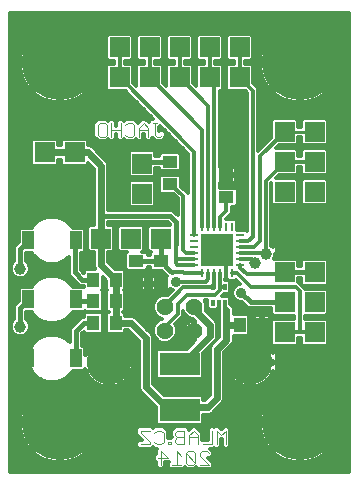
<source format=gbr>
G75*
G70*
%OFA0B0*%
%FSLAX24Y24*%
%IPPOS*%
%LPD*%
%AMOC8*
5,1,8,0,0,1.08239X$1,22.5*
%
%ADD10C,0.0040*%
%ADD11R,0.0413X0.0591*%
%ADD12R,0.0138X0.0217*%
%ADD13R,0.0098X0.0276*%
%ADD14R,0.0276X0.0098*%
%ADD15R,0.1063X0.1063*%
%ADD16C,0.0562*%
%ADD17C,0.1500*%
%ADD18R,0.1339X0.0748*%
%ADD19R,0.0390X0.0510*%
%ADD20R,0.0510X0.0390*%
%ADD21R,0.0650X0.0650*%
%ADD22C,0.2540*%
%ADD23C,0.0120*%
%ADD24C,0.0357*%
%ADD25C,0.0100*%
%ADD26C,0.0240*%
%ADD27C,0.0160*%
%ADD28C,0.0396*%
D10*
X005113Y001680D02*
X005420Y001680D01*
X005420Y001757D01*
X005113Y002064D01*
X005113Y002140D01*
X005420Y002140D01*
X005574Y002064D02*
X005651Y002140D01*
X005804Y002140D01*
X005881Y002064D01*
X005881Y001757D01*
X005804Y001680D01*
X005651Y001680D01*
X005574Y001757D01*
X005779Y001453D02*
X006009Y001223D01*
X005702Y001223D01*
X005779Y000993D02*
X005779Y001453D01*
X006034Y001680D02*
X006111Y001680D01*
X006111Y001757D01*
X006034Y001757D01*
X006034Y001680D01*
X006264Y001757D02*
X006341Y001680D01*
X006571Y001680D01*
X006571Y002140D01*
X006341Y002140D01*
X006264Y002064D01*
X006264Y001987D01*
X006341Y001910D01*
X006571Y001910D01*
X006725Y001910D02*
X007032Y001910D01*
X007032Y001987D02*
X006878Y002140D01*
X006725Y001987D01*
X006725Y001680D01*
X006699Y001453D02*
X006623Y001376D01*
X006930Y001069D01*
X006853Y000993D01*
X006699Y000993D01*
X006623Y001069D01*
X006623Y001376D01*
X006699Y001453D02*
X006853Y001453D01*
X006930Y001376D01*
X006930Y001069D01*
X007083Y000993D02*
X007390Y000993D01*
X007083Y001299D01*
X007083Y001376D01*
X007160Y001453D01*
X007313Y001453D01*
X007390Y001376D01*
X007492Y001680D02*
X007185Y001680D01*
X007032Y001680D02*
X007032Y001987D01*
X007492Y002140D02*
X007492Y001680D01*
X007646Y001680D02*
X007646Y002140D01*
X007799Y001987D01*
X007953Y002140D01*
X007953Y001680D01*
X006469Y001299D02*
X006316Y001453D01*
X006316Y000993D01*
X006469Y000993D02*
X006162Y000993D01*
X006264Y001757D02*
X006264Y001833D01*
X006341Y001910D01*
X005751Y011930D02*
X005674Y011930D01*
X005597Y012007D01*
X005597Y012390D01*
X005521Y012390D02*
X005674Y012390D01*
X005367Y012237D02*
X005367Y011930D01*
X005367Y012160D02*
X005060Y012160D01*
X005060Y012237D02*
X005060Y011930D01*
X004907Y012007D02*
X004830Y011930D01*
X004677Y011930D01*
X004600Y012007D01*
X004446Y011930D02*
X004446Y012390D01*
X004600Y012314D02*
X004677Y012390D01*
X004830Y012390D01*
X004907Y012314D01*
X004907Y012007D01*
X005060Y012237D02*
X005214Y012390D01*
X005367Y012237D01*
X005751Y011930D02*
X005828Y012007D01*
X004446Y012160D02*
X004139Y012160D01*
X003986Y012007D02*
X003909Y011930D01*
X003756Y011930D01*
X003679Y012007D01*
X003679Y012314D01*
X003756Y012390D01*
X003909Y012390D01*
X003986Y012314D01*
X003986Y012007D01*
X004139Y011930D02*
X004139Y012390D01*
D11*
X002947Y008481D03*
X001373Y008481D03*
X001373Y006512D03*
X002947Y006512D03*
X002947Y004544D03*
X001373Y004544D03*
D12*
X007526Y006394D03*
X007723Y006394D03*
X007919Y006394D03*
X007919Y006926D03*
X007526Y006926D03*
D13*
X007562Y007382D03*
X007758Y007382D03*
X007955Y007382D03*
X008152Y007382D03*
X007365Y007382D03*
X007168Y007382D03*
X007168Y008938D03*
X007365Y008938D03*
X007562Y008938D03*
X007758Y008938D03*
X007955Y008938D03*
X008152Y008938D03*
D14*
X008438Y008652D03*
X008438Y008455D03*
X008438Y008258D03*
X008438Y008062D03*
X008438Y007865D03*
X008438Y007668D03*
X006882Y007668D03*
X006882Y007865D03*
X006882Y008062D03*
X006882Y008258D03*
X006882Y008455D03*
X006882Y008652D03*
D15*
X007660Y008160D03*
D16*
X006902Y006260D03*
X006902Y005473D03*
X005918Y005473D03*
X005918Y006260D03*
D17*
X004048Y004410D03*
X008772Y004410D03*
D18*
X006410Y004365D03*
X006410Y002830D03*
D19*
X008411Y005660D03*
X009159Y005660D03*
X004284Y005723D03*
X004284Y006473D03*
X004284Y007160D03*
X003536Y007160D03*
X003536Y006473D03*
X003536Y005723D03*
D20*
X004973Y007036D03*
X004973Y007784D03*
X005785Y007784D03*
X005785Y007036D03*
X007973Y009911D03*
X007973Y010659D03*
X006098Y010348D03*
X006098Y011097D03*
D21*
X005160Y011035D03*
X005160Y010035D03*
X004785Y008535D03*
X003785Y008535D03*
X002910Y010410D03*
X002910Y011410D03*
X002910Y012410D03*
X001910Y012410D03*
X001910Y011410D03*
X001910Y010410D03*
X004410Y013910D03*
X004410Y014910D03*
X005410Y014910D03*
X005410Y013910D03*
X006410Y013910D03*
X006410Y014910D03*
X007410Y014910D03*
X007410Y013910D03*
X008410Y013910D03*
X008410Y014910D03*
X009910Y012098D03*
X009910Y011098D03*
X009910Y010098D03*
X010910Y010098D03*
X010910Y011098D03*
X010910Y012098D03*
X010910Y008410D03*
X010910Y007410D03*
X010910Y006410D03*
X010910Y005410D03*
X010910Y004410D03*
X009910Y004410D03*
X009910Y005410D03*
X009910Y006410D03*
X009910Y007410D03*
X009910Y008410D03*
X005785Y008535D03*
D22*
X002410Y014410D03*
X010410Y014410D03*
X010410Y002410D03*
X002410Y002410D03*
D23*
X000770Y000770D02*
X000770Y016050D01*
X012050Y016050D01*
X012050Y000770D01*
X000770Y000770D01*
X000770Y000884D02*
X005689Y000884D01*
X005721Y000853D02*
X005837Y000853D01*
X005919Y000935D01*
X005919Y001083D01*
X006054Y001083D01*
X006022Y001050D01*
X006022Y000935D01*
X006104Y000853D01*
X006527Y000853D01*
X006584Y000910D01*
X006588Y000906D01*
X006641Y000853D01*
X006911Y000853D01*
X006968Y000910D01*
X007025Y000853D01*
X007448Y000853D01*
X007530Y000935D01*
X007530Y001050D01*
X007344Y001236D01*
X007448Y001236D01*
X007530Y001318D01*
X007530Y001434D01*
X007453Y001511D01*
X007425Y001539D01*
X007424Y001540D01*
X007550Y001540D01*
X007569Y001559D01*
X007588Y001540D01*
X007704Y001540D01*
X007786Y001622D01*
X007786Y001847D01*
X007813Y001847D01*
X007813Y001622D01*
X007895Y001540D01*
X008010Y001540D01*
X008092Y001622D01*
X008092Y002198D01*
X008091Y002200D01*
X008010Y002280D01*
X007895Y002280D01*
X007893Y002279D01*
X007813Y002198D01*
X007799Y002185D01*
X007786Y002198D01*
X007704Y002280D01*
X007588Y002280D01*
X007569Y002262D01*
X007550Y002280D01*
X007434Y002280D01*
X007352Y002198D01*
X007352Y001820D01*
X007172Y001820D01*
X007172Y002045D01*
X007090Y002127D01*
X007090Y002127D01*
X007018Y002198D01*
X006936Y002280D01*
X006820Y002280D01*
X006711Y002171D01*
X006711Y002198D01*
X006629Y002280D01*
X006283Y002280D01*
X006206Y002204D01*
X006124Y002122D01*
X006124Y001929D01*
X006143Y001910D01*
X006130Y001897D01*
X006021Y001897D01*
X006021Y002122D01*
X005967Y002175D01*
X005944Y002198D01*
X005944Y002198D01*
X005916Y002227D01*
X005862Y002280D01*
X005593Y002280D01*
X005535Y002223D01*
X005478Y002280D01*
X005055Y002280D01*
X004973Y002198D01*
X004973Y002006D01*
X005159Y001820D01*
X005055Y001820D01*
X004973Y001738D01*
X004973Y001622D01*
X005055Y001540D01*
X005478Y001540D01*
X005535Y001597D01*
X005540Y001592D01*
X005593Y001540D01*
X005668Y001540D01*
X005640Y001512D01*
X005639Y001511D01*
X005639Y001357D01*
X005562Y001281D01*
X005562Y001165D01*
X005639Y001088D01*
X005639Y000935D01*
X005721Y000853D01*
X005868Y000884D02*
X006073Y000884D01*
X006022Y001003D02*
X005919Y001003D01*
X005639Y001003D02*
X000770Y001003D01*
X000770Y001121D02*
X002078Y001121D01*
X002086Y001118D02*
X002215Y001093D01*
X002345Y001080D01*
X002350Y001080D01*
X002350Y002350D01*
X002470Y002350D01*
X002470Y002470D01*
X003740Y002470D01*
X003740Y002475D01*
X003727Y002605D01*
X003702Y002734D01*
X003664Y002859D01*
X003614Y002979D01*
X003552Y003095D01*
X003480Y003203D01*
X003397Y003304D01*
X003304Y003397D01*
X003203Y003480D01*
X003095Y003552D01*
X002979Y003614D01*
X002859Y003664D01*
X002734Y003702D01*
X002605Y003727D01*
X002475Y003740D01*
X002470Y003740D01*
X002470Y002470D01*
X002350Y002470D01*
X002350Y003740D01*
X002345Y003740D01*
X002215Y003727D01*
X002086Y003702D01*
X001961Y003664D01*
X001841Y003614D01*
X001725Y003552D01*
X001617Y003480D01*
X001516Y003397D01*
X001423Y003304D01*
X001340Y003203D01*
X001268Y003095D01*
X001206Y002979D01*
X001156Y002859D01*
X001118Y002734D01*
X001093Y002605D01*
X001080Y002475D01*
X001080Y002470D01*
X002350Y002470D01*
X002350Y002350D01*
X001080Y002350D01*
X001080Y002345D01*
X001093Y002215D01*
X001118Y002086D01*
X001156Y001961D01*
X001206Y001841D01*
X001268Y001725D01*
X001340Y001617D01*
X001423Y001516D01*
X001516Y001423D01*
X001617Y001340D01*
X001725Y001268D01*
X001841Y001206D01*
X001961Y001156D01*
X002086Y001118D01*
X002350Y001121D02*
X002470Y001121D01*
X002470Y001080D02*
X002475Y001080D01*
X002605Y001093D01*
X002734Y001118D01*
X002859Y001156D01*
X002979Y001206D01*
X003095Y001268D01*
X003203Y001340D01*
X003304Y001423D01*
X003397Y001516D01*
X003480Y001617D01*
X003552Y001725D01*
X003614Y001841D01*
X003664Y001961D01*
X003702Y002086D01*
X003727Y002215D01*
X003740Y002345D01*
X003740Y002350D01*
X002470Y002350D01*
X002470Y001080D01*
X002470Y001240D02*
X002350Y001240D01*
X002350Y001358D02*
X002470Y001358D01*
X002470Y001477D02*
X002350Y001477D01*
X002350Y001595D02*
X002470Y001595D01*
X002470Y001714D02*
X002350Y001714D01*
X002350Y001832D02*
X002470Y001832D01*
X002470Y001951D02*
X002350Y001951D01*
X002350Y002069D02*
X002470Y002069D01*
X002470Y002188D02*
X002350Y002188D01*
X002350Y002306D02*
X002470Y002306D01*
X002470Y002425D02*
X005621Y002425D01*
X005621Y002406D02*
X005691Y002336D01*
X007129Y002336D01*
X007199Y002406D01*
X007199Y002670D01*
X007395Y002670D01*
X007483Y002707D01*
X007551Y002774D01*
X007863Y003087D01*
X007900Y003175D01*
X007900Y004748D01*
X008055Y004903D01*
X008108Y004957D01*
X008176Y005024D01*
X008212Y005112D01*
X008212Y005285D01*
X008656Y005285D01*
X008726Y005355D01*
X008726Y005965D01*
X008656Y006035D01*
X008212Y006035D01*
X008212Y006208D01*
X008176Y006296D01*
X008108Y006363D01*
X008108Y006364D02*
X008108Y006552D01*
X008038Y006623D01*
X007815Y006623D01*
X007890Y006697D01*
X008038Y006697D01*
X008108Y006768D01*
X008108Y007084D01*
X008067Y007125D01*
X008251Y007125D01*
X008283Y007157D01*
X008420Y007021D01*
X008413Y007021D01*
X008303Y006975D01*
X008220Y006892D01*
X008174Y006782D01*
X008174Y006663D01*
X008220Y006553D01*
X008303Y006470D01*
X008413Y006424D01*
X008488Y006424D01*
X008702Y006210D01*
X009465Y006210D01*
X009465Y006035D01*
X009535Y005965D01*
X010230Y005965D01*
X010230Y005855D01*
X009535Y005855D01*
X009465Y005785D01*
X009465Y005035D01*
X009535Y004965D01*
X010285Y004965D01*
X010355Y005035D01*
X010355Y005230D01*
X010465Y005230D01*
X010465Y005035D01*
X010535Y004965D01*
X011285Y004965D01*
X011355Y005035D01*
X011355Y005785D01*
X011285Y005855D01*
X010590Y005855D01*
X010590Y005965D01*
X011285Y005965D01*
X011355Y006035D01*
X011355Y006785D01*
X011285Y006855D01*
X010590Y006855D01*
X010590Y006860D01*
X010485Y006965D01*
X010465Y006985D01*
X010360Y007090D01*
X010355Y007090D01*
X010355Y007210D01*
X010465Y007210D01*
X010465Y007035D01*
X010535Y006965D01*
X011285Y006965D01*
X011355Y007035D01*
X011355Y007785D01*
X011285Y007855D01*
X010535Y007855D01*
X010465Y007785D01*
X010465Y007610D01*
X010355Y007610D01*
X010355Y007785D01*
X010285Y007855D01*
X009555Y007855D01*
X009603Y007972D01*
X009603Y008025D01*
X009882Y008025D01*
X009882Y008382D01*
X009525Y008382D01*
X009525Y008245D01*
X009465Y008305D01*
X009465Y010398D01*
X009465Y009723D01*
X009535Y009653D01*
X009465Y009653D01*
X009535Y009653D02*
X010285Y009653D01*
X010535Y009653D01*
X011285Y009653D01*
X012050Y009653D01*
X012050Y009535D02*
X009465Y009535D01*
X009465Y009416D02*
X012050Y009416D01*
X012050Y009298D02*
X009465Y009298D01*
X009465Y009179D02*
X012050Y009179D01*
X012050Y009061D02*
X009465Y009061D01*
X009465Y008942D02*
X012050Y008942D01*
X012050Y008824D02*
X009465Y008824D01*
X009534Y008769D02*
X009525Y008747D01*
X009525Y008438D01*
X009882Y008438D01*
X009882Y008795D01*
X009573Y008795D01*
X009551Y008786D01*
X009534Y008769D01*
X009525Y008705D02*
X009465Y008705D01*
X009465Y008587D02*
X009525Y008587D01*
X009525Y008468D02*
X009465Y008468D01*
X009465Y008350D02*
X009525Y008350D01*
X009465Y008305D02*
X009465Y008305D01*
X009321Y008062D02*
X009285Y008035D01*
X009285Y010473D01*
X009910Y011098D01*
X010910Y011098D01*
X011352Y010720D02*
X012050Y010720D01*
X012050Y010838D02*
X011355Y010838D01*
X011355Y010723D02*
X011285Y010653D01*
X010535Y010653D01*
X010465Y010723D01*
X010465Y010918D01*
X010355Y010918D01*
X010355Y010723D01*
X010285Y010653D01*
X009720Y010653D01*
X009610Y010542D01*
X010285Y010542D01*
X010355Y010472D01*
X010355Y009723D01*
X010285Y009653D01*
X010355Y009772D02*
X010465Y009772D01*
X010465Y009723D02*
X010535Y009653D01*
X010465Y009723D02*
X010465Y010472D01*
X010535Y010542D01*
X011285Y010542D01*
X011355Y010472D01*
X011355Y009723D01*
X011285Y009653D01*
X011355Y009772D02*
X012050Y009772D01*
X012050Y009890D02*
X011355Y009890D01*
X011355Y010009D02*
X012050Y010009D01*
X012050Y010127D02*
X011355Y010127D01*
X011355Y010246D02*
X012050Y010246D01*
X012050Y010364D02*
X011355Y010364D01*
X011345Y010483D02*
X012050Y010483D01*
X012050Y010601D02*
X009668Y010601D01*
X009465Y010398D02*
X009465Y010398D01*
X009465Y010364D02*
X009465Y010364D01*
X009465Y010246D02*
X009465Y010246D01*
X009465Y010127D02*
X009465Y010127D01*
X009465Y010009D02*
X009465Y010009D01*
X009465Y009890D02*
X009465Y009890D01*
X009465Y009772D02*
X009465Y009772D01*
X008668Y009772D02*
X008347Y009772D01*
X008347Y009666D02*
X008347Y010156D01*
X008277Y010226D01*
X007742Y010226D01*
X007742Y010404D01*
X007935Y010404D01*
X007935Y010622D01*
X008010Y010622D01*
X008010Y010697D01*
X007935Y010697D01*
X007935Y010914D01*
X007742Y010914D01*
X007742Y013465D01*
X007785Y013465D01*
X007855Y013535D01*
X007855Y014285D01*
X007785Y014355D01*
X007590Y014355D01*
X007590Y014465D01*
X007785Y014465D01*
X007855Y014535D01*
X007855Y015285D01*
X007785Y015355D01*
X007035Y015355D01*
X006965Y015285D01*
X006965Y014535D01*
X007035Y014465D01*
X007230Y014465D01*
X007230Y014355D01*
X007035Y014355D01*
X006965Y014285D01*
X006965Y013610D01*
X006855Y013720D01*
X006855Y014285D01*
X006785Y014355D01*
X006590Y014355D01*
X006590Y014465D01*
X006785Y014465D01*
X006855Y014535D01*
X006855Y015285D01*
X006785Y015355D01*
X006035Y015355D01*
X005965Y015285D01*
X005965Y014535D01*
X006035Y014465D01*
X006230Y014465D01*
X006230Y014355D01*
X006035Y014355D01*
X005965Y014285D01*
X005965Y013610D01*
X005855Y013720D01*
X005855Y014285D01*
X005785Y014355D01*
X005590Y014355D01*
X005590Y014465D01*
X005785Y014465D01*
X005855Y014535D01*
X005855Y015285D01*
X005785Y015355D01*
X005035Y015355D01*
X004965Y015285D01*
X004965Y014535D01*
X005035Y014465D01*
X005230Y014465D01*
X005230Y014355D01*
X005035Y014355D01*
X004965Y014285D01*
X004965Y013610D01*
X004855Y013720D01*
X004855Y014285D01*
X004785Y014355D01*
X004590Y014355D01*
X004590Y014465D01*
X004785Y014465D01*
X004855Y014535D01*
X004855Y015285D01*
X004785Y015355D01*
X004035Y015355D01*
X003965Y015285D01*
X003965Y014535D01*
X004035Y014465D01*
X004230Y014465D01*
X004230Y014355D01*
X004035Y014355D01*
X003965Y014285D01*
X003965Y013535D01*
X004035Y013465D01*
X004600Y013465D01*
X005535Y012530D01*
X005463Y012530D01*
X005381Y012448D01*
X005381Y012421D01*
X005354Y012448D01*
X005354Y012448D01*
X005272Y012530D01*
X005156Y012530D01*
X005022Y012397D01*
X004993Y012425D01*
X004970Y012448D01*
X004970Y012448D01*
X004942Y012477D01*
X004888Y012530D01*
X004619Y012530D01*
X004561Y012473D01*
X004504Y012530D01*
X004388Y012530D01*
X004306Y012448D01*
X004306Y012300D01*
X004279Y012300D01*
X004279Y012448D01*
X004197Y012530D01*
X004081Y012530D01*
X004024Y012473D01*
X004021Y012477D01*
X003967Y012530D01*
X003698Y012530D01*
X003539Y012372D01*
X003539Y011949D01*
X003591Y011897D01*
X003621Y011867D01*
X003646Y011842D01*
X003698Y011790D01*
X003967Y011790D01*
X004024Y011847D01*
X004081Y011790D01*
X004197Y011790D01*
X004279Y011872D01*
X004279Y012020D01*
X004306Y012020D01*
X004306Y011872D01*
X004388Y011790D01*
X004504Y011790D01*
X004561Y011847D01*
X004566Y011842D01*
X004619Y011790D01*
X004888Y011790D01*
X004945Y011847D01*
X005002Y011790D01*
X005118Y011790D01*
X005200Y011872D01*
X005200Y012020D01*
X005227Y012020D01*
X005227Y011872D01*
X005309Y011790D01*
X005425Y011790D01*
X005507Y011872D01*
X005507Y011899D01*
X005509Y011897D01*
X005539Y011867D01*
X005564Y011842D01*
X005616Y011790D01*
X005809Y011790D01*
X005891Y011872D01*
X005967Y011949D01*
X005967Y012065D01*
X005885Y012147D01*
X005770Y012147D01*
X005737Y012115D01*
X005737Y012256D01*
X005774Y012292D01*
X006702Y011363D01*
X006702Y010065D01*
X006658Y010104D01*
X006610Y010152D01*
X006602Y010152D01*
X006472Y010263D01*
X006472Y010593D01*
X006402Y010663D01*
X005793Y010663D01*
X005723Y010593D01*
X005723Y010104D01*
X005793Y010033D01*
X006187Y010033D01*
X006355Y009889D01*
X006355Y009310D01*
X006297Y009368D01*
X006180Y009485D01*
X004025Y009485D01*
X004025Y011020D01*
X003988Y011108D01*
X003546Y011551D01*
X003546Y011551D01*
X003483Y011613D01*
X003395Y011650D01*
X003355Y011650D01*
X003355Y011785D01*
X003285Y011855D01*
X002535Y011855D01*
X002465Y011785D01*
X002465Y011650D01*
X002355Y011650D01*
X002355Y011785D01*
X002285Y011855D01*
X001535Y011855D01*
X001465Y011785D01*
X001465Y011035D01*
X001535Y010965D01*
X002285Y010965D01*
X002355Y011035D01*
X002355Y011170D01*
X002465Y011170D01*
X002465Y011035D01*
X002535Y010965D01*
X003285Y010965D01*
X003355Y011035D01*
X003355Y011063D01*
X003545Y010873D01*
X003545Y008980D01*
X003410Y008980D01*
X003340Y008910D01*
X003340Y008160D01*
X003410Y008090D01*
X003545Y008090D01*
X003545Y007611D01*
X003577Y007535D01*
X003291Y007535D01*
X003221Y007465D01*
X003221Y007382D01*
X003110Y007493D01*
X003110Y008066D01*
X003204Y008066D01*
X003274Y008136D01*
X003274Y008826D01*
X003204Y008896D01*
X002845Y008896D01*
X002831Y008929D01*
X002608Y009152D01*
X002317Y009272D01*
X002003Y009272D01*
X001712Y009152D01*
X001489Y008929D01*
X001475Y008896D01*
X001116Y008896D01*
X001046Y008826D01*
X001046Y008437D01*
X000898Y008289D01*
X000898Y007785D01*
X000828Y007715D01*
X000779Y007598D01*
X000779Y007472D01*
X000828Y007355D01*
X000917Y007265D01*
X001034Y007217D01*
X001161Y007217D01*
X001278Y007265D01*
X001367Y007355D01*
X001416Y007472D01*
X001416Y007598D01*
X001367Y007715D01*
X001297Y007785D01*
X001297Y008066D01*
X001475Y008066D01*
X001489Y008033D01*
X001712Y007810D01*
X002003Y007689D01*
X002317Y007689D01*
X002608Y007810D01*
X002710Y007912D01*
X002710Y007327D01*
X002827Y007210D01*
X003077Y006960D01*
X003221Y006960D01*
X003221Y006910D01*
X003204Y006928D01*
X002845Y006928D01*
X002831Y006961D01*
X002608Y007183D01*
X002317Y007304D01*
X002003Y007304D01*
X001712Y007183D01*
X001489Y006961D01*
X001475Y006928D01*
X001116Y006928D01*
X001046Y006857D01*
X001046Y006469D01*
X000898Y006320D01*
X000898Y005847D01*
X000828Y005778D01*
X000779Y005661D01*
X000779Y005534D01*
X000828Y005417D01*
X000917Y005328D01*
X001034Y005279D01*
X001161Y005279D01*
X001278Y005328D01*
X001367Y005417D01*
X001416Y005534D01*
X001416Y005661D01*
X001367Y005778D01*
X001297Y005847D01*
X001297Y006097D01*
X001475Y006097D01*
X001489Y006064D01*
X001712Y005841D01*
X002003Y005721D01*
X002317Y005721D01*
X002608Y005841D01*
X002831Y006064D01*
X002845Y006097D01*
X003204Y006097D01*
X003248Y006141D01*
X003291Y006098D01*
X003205Y006098D01*
X003221Y006027D02*
X003221Y005922D01*
X003140Y005922D01*
X003023Y005805D01*
X002747Y005530D01*
X002747Y005076D01*
X002608Y005215D01*
X002317Y005335D01*
X002003Y005335D01*
X001712Y005215D01*
X001489Y004992D01*
X001450Y004899D01*
X001416Y004899D01*
X001416Y004816D01*
X001369Y004701D01*
X001369Y004587D01*
X001329Y004587D01*
X001329Y004501D01*
X001106Y004501D01*
X001106Y004237D01*
X001115Y004215D01*
X001132Y004198D01*
X001154Y004189D01*
X001329Y004189D01*
X001329Y004501D01*
X001369Y004501D01*
X001369Y004386D01*
X001416Y004272D01*
X001416Y004189D01*
X001450Y004189D01*
X001489Y004096D01*
X001712Y003873D01*
X002003Y003752D01*
X002317Y003752D01*
X002608Y003873D01*
X002831Y004096D01*
X002845Y004129D01*
X003204Y004129D01*
X003268Y004192D01*
X003279Y004149D01*
X003320Y004051D01*
X003373Y003959D01*
X003437Y003875D01*
X003513Y003800D01*
X003597Y003735D01*
X003689Y003682D01*
X003787Y003641D01*
X003889Y003614D01*
X003988Y003601D01*
X003988Y004350D01*
X004108Y004350D01*
X004108Y004470D01*
X004857Y004470D01*
X004844Y004568D01*
X004816Y004671D01*
X004776Y004769D01*
X004723Y004861D01*
X004658Y004945D01*
X004583Y005020D01*
X004499Y005085D01*
X004407Y005138D01*
X004309Y005179D01*
X004206Y005206D01*
X004108Y005219D01*
X004108Y004470D01*
X003988Y004470D01*
X003988Y005219D01*
X003889Y005206D01*
X003787Y005179D01*
X003689Y005138D01*
X003597Y005085D01*
X003513Y005020D01*
X003437Y004945D01*
X003373Y004861D01*
X003320Y004769D01*
X003279Y004671D01*
X003274Y004652D01*
X003274Y004889D01*
X003204Y004959D01*
X003147Y004959D01*
X003147Y005365D01*
X003221Y005438D01*
X003221Y005418D01*
X003291Y005348D01*
X003781Y005348D01*
X003851Y005418D01*
X003851Y006027D01*
X003781Y006097D01*
X003291Y006097D01*
X003221Y006027D01*
X003221Y005980D02*
X002746Y005980D01*
X002628Y005861D02*
X003078Y005861D01*
X002960Y005743D02*
X002370Y005743D01*
X002747Y005506D02*
X001404Y005506D01*
X001416Y005624D02*
X002841Y005624D01*
X002747Y005387D02*
X001337Y005387D01*
X001528Y005032D02*
X000770Y005032D01*
X000770Y005150D02*
X001647Y005150D01*
X001841Y005269D02*
X000770Y005269D01*
X000770Y005387D02*
X000858Y005387D01*
X000791Y005506D02*
X000770Y005506D01*
X000770Y005624D02*
X000779Y005624D01*
X000770Y005743D02*
X000813Y005743D01*
X000770Y005861D02*
X000898Y005861D01*
X000898Y005980D02*
X000770Y005980D01*
X000770Y006098D02*
X000898Y006098D01*
X000898Y006217D02*
X000770Y006217D01*
X000770Y006335D02*
X000912Y006335D01*
X001031Y006454D02*
X000770Y006454D01*
X000770Y006572D02*
X001046Y006572D01*
X001046Y006691D02*
X000770Y006691D01*
X000770Y006809D02*
X001046Y006809D01*
X001116Y006928D02*
X000770Y006928D01*
X000770Y007046D02*
X001574Y007046D01*
X001693Y007165D02*
X000770Y007165D01*
X000770Y007283D02*
X000900Y007283D01*
X000808Y007402D02*
X000770Y007402D01*
X000770Y007520D02*
X000779Y007520D01*
X000770Y007639D02*
X000796Y007639D01*
X000770Y007757D02*
X000870Y007757D01*
X000898Y007876D02*
X000770Y007876D01*
X000770Y007994D02*
X000898Y007994D01*
X000898Y008113D02*
X000770Y008113D01*
X000770Y008231D02*
X000898Y008231D01*
X000958Y008350D02*
X000770Y008350D01*
X000770Y008468D02*
X001046Y008468D01*
X001046Y008587D02*
X000770Y008587D01*
X000770Y008705D02*
X001046Y008705D01*
X001046Y008824D02*
X000770Y008824D01*
X000770Y008942D02*
X001502Y008942D01*
X001620Y009061D02*
X000770Y009061D01*
X000770Y009179D02*
X001777Y009179D01*
X001882Y010025D02*
X001573Y010025D01*
X001551Y010034D01*
X001534Y010051D01*
X001525Y010073D01*
X001525Y010382D01*
X001882Y010382D01*
X001938Y010382D01*
X001938Y010438D01*
X001882Y010438D01*
X001882Y010795D01*
X001573Y010795D01*
X001551Y010786D01*
X001534Y010769D01*
X001525Y010747D01*
X001525Y010438D01*
X001882Y010438D01*
X001882Y010382D01*
X001882Y010025D01*
X001938Y010025D02*
X002247Y010025D01*
X002269Y010034D01*
X002286Y010051D01*
X002295Y010073D01*
X002295Y010382D01*
X001938Y010382D01*
X001938Y010025D01*
X001938Y010127D02*
X001882Y010127D01*
X001882Y010246D02*
X001938Y010246D01*
X001938Y010364D02*
X001882Y010364D01*
X001938Y010438D02*
X002295Y010438D01*
X002295Y010747D01*
X002286Y010769D01*
X002269Y010786D01*
X002247Y010795D01*
X001938Y010795D01*
X001938Y010438D01*
X001938Y010483D02*
X001882Y010483D01*
X001882Y010601D02*
X001938Y010601D01*
X001938Y010720D02*
X001882Y010720D01*
X002295Y010720D02*
X002525Y010720D01*
X002525Y010747D02*
X002525Y010438D01*
X002882Y010438D01*
X002882Y010795D01*
X002573Y010795D01*
X002551Y010786D01*
X002534Y010769D01*
X002525Y010747D01*
X002525Y010601D02*
X002295Y010601D01*
X002295Y010483D02*
X002525Y010483D01*
X002525Y010382D02*
X002525Y010073D01*
X002534Y010051D01*
X002551Y010034D01*
X002573Y010025D01*
X002882Y010025D01*
X002882Y010382D01*
X002938Y010382D01*
X002938Y010438D01*
X002882Y010438D01*
X002882Y010382D01*
X002525Y010382D01*
X002525Y010364D02*
X002295Y010364D01*
X002295Y010246D02*
X002525Y010246D01*
X002525Y010127D02*
X002295Y010127D01*
X002882Y010127D02*
X002938Y010127D01*
X002938Y010025D02*
X003247Y010025D01*
X003269Y010034D01*
X003286Y010051D01*
X003295Y010073D01*
X003295Y010382D01*
X002938Y010382D01*
X002938Y010025D01*
X002938Y010246D02*
X002882Y010246D01*
X002882Y010364D02*
X002938Y010364D01*
X002938Y010438D02*
X003295Y010438D01*
X003295Y010747D01*
X003286Y010769D01*
X003269Y010786D01*
X003247Y010795D01*
X002938Y010795D01*
X002938Y010438D01*
X002938Y010483D02*
X002882Y010483D01*
X002882Y010601D02*
X002938Y010601D01*
X002938Y010720D02*
X002882Y010720D01*
X003295Y010720D02*
X003545Y010720D01*
X003545Y010838D02*
X000770Y010838D01*
X000770Y010720D02*
X001525Y010720D01*
X001525Y010601D02*
X000770Y010601D01*
X000770Y010483D02*
X001525Y010483D01*
X001525Y010364D02*
X000770Y010364D01*
X000770Y010246D02*
X001525Y010246D01*
X001525Y010127D02*
X000770Y010127D01*
X000770Y010009D02*
X003545Y010009D01*
X003545Y010127D02*
X003295Y010127D01*
X003295Y010246D02*
X003545Y010246D01*
X003545Y010364D02*
X003295Y010364D01*
X003295Y010483D02*
X003545Y010483D01*
X003545Y010601D02*
X003295Y010601D01*
X003462Y010957D02*
X000770Y010957D01*
X000770Y011075D02*
X001465Y011075D01*
X001465Y011194D02*
X000770Y011194D01*
X000770Y011312D02*
X001465Y011312D01*
X001465Y011431D02*
X000770Y011431D01*
X000770Y011549D02*
X001465Y011549D01*
X001465Y011668D02*
X000770Y011668D01*
X000770Y011786D02*
X001466Y011786D01*
X001573Y012025D02*
X001551Y012034D01*
X001534Y012051D01*
X001525Y012073D01*
X001525Y012382D01*
X001882Y012382D01*
X001938Y012382D01*
X001938Y012438D01*
X001882Y012438D01*
X001882Y012795D01*
X001573Y012795D01*
X001551Y012786D01*
X001534Y012769D01*
X001525Y012747D01*
X001525Y012438D01*
X001882Y012438D01*
X001882Y012382D01*
X001882Y012025D01*
X001573Y012025D01*
X001525Y012142D02*
X000770Y012142D01*
X000770Y012260D02*
X001525Y012260D01*
X001525Y012379D02*
X000770Y012379D01*
X000770Y012497D02*
X001525Y012497D01*
X001525Y012616D02*
X000770Y012616D01*
X000770Y012734D02*
X001525Y012734D01*
X001841Y013206D02*
X001961Y013156D01*
X002086Y013118D01*
X002215Y013093D01*
X002345Y013080D01*
X002350Y013080D01*
X002350Y014350D01*
X002470Y014350D01*
X002470Y014470D01*
X003740Y014470D01*
X003740Y014475D01*
X003727Y014605D01*
X003702Y014734D01*
X003664Y014859D01*
X003614Y014979D01*
X003552Y015095D01*
X003480Y015203D01*
X003397Y015304D01*
X003304Y015397D01*
X003203Y015480D01*
X003095Y015552D01*
X002979Y015614D01*
X002859Y015664D01*
X002734Y015702D01*
X002605Y015727D01*
X002475Y015740D01*
X002470Y015740D01*
X002470Y014470D01*
X002350Y014470D01*
X002350Y015740D01*
X002345Y015740D01*
X002215Y015727D01*
X002086Y015702D01*
X001961Y015664D01*
X001841Y015614D01*
X001725Y015552D01*
X001617Y015480D01*
X001516Y015397D01*
X001423Y015304D01*
X001340Y015203D01*
X001268Y015095D01*
X001206Y014979D01*
X001156Y014859D01*
X001118Y014734D01*
X001093Y014605D01*
X001080Y014475D01*
X001080Y014470D01*
X002350Y014470D01*
X002350Y014350D01*
X001080Y014350D01*
X001080Y014345D01*
X001093Y014215D01*
X001118Y014086D01*
X001156Y013961D01*
X001206Y013841D01*
X001268Y013725D01*
X001340Y013617D01*
X001423Y013516D01*
X001516Y013423D01*
X001617Y013340D01*
X001725Y013268D01*
X001841Y013206D01*
X001837Y013208D02*
X000770Y013208D01*
X000770Y013090D02*
X002248Y013090D01*
X002350Y013090D02*
X002470Y013090D01*
X002470Y013080D02*
X002475Y013080D01*
X002605Y013093D01*
X002734Y013118D01*
X002859Y013156D01*
X002979Y013206D01*
X003095Y013268D01*
X003203Y013340D01*
X003304Y013423D01*
X003397Y013516D01*
X003480Y013617D01*
X003552Y013725D01*
X003614Y013841D01*
X003664Y013961D01*
X003702Y014086D01*
X003727Y014215D01*
X003740Y014345D01*
X003740Y014350D01*
X002470Y014350D01*
X002470Y013080D01*
X002572Y013090D02*
X004976Y013090D01*
X004857Y013208D02*
X002983Y013208D01*
X003182Y013327D02*
X004739Y013327D01*
X004620Y013445D02*
X003326Y013445D01*
X003436Y013564D02*
X003965Y013564D01*
X003965Y013682D02*
X003523Y013682D01*
X003592Y013801D02*
X003965Y013801D01*
X003965Y013919D02*
X003646Y013919D01*
X003687Y014038D02*
X003965Y014038D01*
X003965Y014156D02*
X003716Y014156D01*
X003733Y014275D02*
X003965Y014275D01*
X003989Y014512D02*
X003736Y014512D01*
X003722Y014630D02*
X003965Y014630D01*
X003965Y014749D02*
X003697Y014749D01*
X003660Y014867D02*
X003965Y014867D01*
X003965Y014986D02*
X003610Y014986D01*
X003546Y015104D02*
X003965Y015104D01*
X003965Y015223D02*
X003464Y015223D01*
X003360Y015341D02*
X004021Y015341D01*
X004410Y014910D02*
X004410Y013910D01*
X006882Y011438D01*
X006882Y008652D01*
X007168Y008938D02*
X007168Y012152D01*
X005410Y013910D01*
X005410Y014910D01*
X004989Y014512D02*
X004831Y014512D01*
X004855Y014630D02*
X004965Y014630D01*
X004965Y014749D02*
X004855Y014749D01*
X004855Y014867D02*
X004965Y014867D01*
X004965Y014986D02*
X004855Y014986D01*
X004855Y015104D02*
X004965Y015104D01*
X004965Y015223D02*
X004855Y015223D01*
X004799Y015341D02*
X005021Y015341D01*
X005799Y015341D02*
X006021Y015341D01*
X005965Y015223D02*
X005855Y015223D01*
X005855Y015104D02*
X005965Y015104D01*
X005965Y014986D02*
X005855Y014986D01*
X005855Y014867D02*
X005965Y014867D01*
X005965Y014749D02*
X005855Y014749D01*
X005855Y014630D02*
X005965Y014630D01*
X005989Y014512D02*
X005831Y014512D01*
X005855Y014275D02*
X005965Y014275D01*
X005965Y014156D02*
X005855Y014156D01*
X005855Y014038D02*
X005965Y014038D01*
X005965Y013919D02*
X005855Y013919D01*
X005855Y013801D02*
X005965Y013801D01*
X005965Y013682D02*
X005893Y013682D01*
X006410Y013910D02*
X006410Y014910D01*
X006831Y014512D02*
X006989Y014512D01*
X006965Y014630D02*
X006855Y014630D01*
X006855Y014749D02*
X006965Y014749D01*
X006965Y014867D02*
X006855Y014867D01*
X006855Y014986D02*
X006965Y014986D01*
X006965Y015104D02*
X006855Y015104D01*
X006855Y015223D02*
X006965Y015223D01*
X007021Y015341D02*
X006799Y015341D01*
X007410Y014910D02*
X007410Y013910D01*
X007562Y013758D01*
X007562Y008938D01*
X007758Y008938D02*
X007758Y009258D01*
X007973Y009473D01*
X007973Y009911D01*
X008152Y009596D02*
X008277Y009596D01*
X008347Y009666D01*
X008334Y009653D02*
X008668Y009653D01*
X008668Y009535D02*
X008152Y009535D01*
X008152Y009596D02*
X008152Y009398D01*
X008047Y009293D01*
X007950Y009195D01*
X008251Y009195D01*
X008321Y009125D01*
X008321Y008821D01*
X008625Y008821D01*
X008668Y008779D01*
X008668Y013398D01*
X008600Y013465D01*
X008035Y013465D01*
X007965Y013535D01*
X007965Y014285D01*
X008035Y014355D01*
X008230Y014355D01*
X008230Y014465D01*
X008035Y014465D01*
X007965Y014535D01*
X007965Y015285D01*
X008035Y015355D01*
X008785Y015355D01*
X008855Y015285D01*
X008855Y014535D01*
X008785Y014465D01*
X008590Y014465D01*
X008590Y014355D01*
X008785Y014355D01*
X008855Y014285D01*
X008855Y013720D01*
X009027Y013547D01*
X009027Y011470D01*
X009465Y011907D01*
X009465Y012472D01*
X009535Y012542D01*
X010285Y012542D01*
X010355Y012472D01*
X010355Y012267D01*
X010465Y012267D01*
X010465Y012472D01*
X010535Y012542D01*
X011285Y012542D01*
X011355Y012472D01*
X011355Y011723D01*
X011285Y011653D01*
X010535Y011653D01*
X010465Y011723D01*
X010465Y011928D01*
X010355Y011928D01*
X010355Y011723D01*
X010285Y011653D01*
X009720Y011653D01*
X009610Y011542D01*
X010285Y011542D01*
X010355Y011472D01*
X010355Y011277D01*
X010465Y011277D01*
X010465Y011472D01*
X010535Y011542D01*
X011285Y011542D01*
X011355Y011472D01*
X011355Y010723D01*
X011355Y010957D02*
X012050Y010957D01*
X012050Y011075D02*
X011355Y011075D01*
X011355Y011194D02*
X012050Y011194D01*
X012050Y011312D02*
X011355Y011312D01*
X011355Y011431D02*
X012050Y011431D01*
X012050Y011549D02*
X009616Y011549D01*
X009344Y011786D02*
X009027Y011786D01*
X009027Y011668D02*
X009225Y011668D01*
X009107Y011549D02*
X009027Y011549D01*
X009027Y011905D02*
X009462Y011905D01*
X009465Y012023D02*
X009027Y012023D01*
X009027Y012142D02*
X009465Y012142D01*
X009465Y012260D02*
X009027Y012260D01*
X009027Y012379D02*
X009465Y012379D01*
X009490Y012497D02*
X009027Y012497D01*
X009027Y012616D02*
X012050Y012616D01*
X012050Y012734D02*
X009027Y012734D01*
X009027Y012853D02*
X012050Y012853D01*
X012050Y012971D02*
X009027Y012971D01*
X009027Y013090D02*
X010248Y013090D01*
X010215Y013093D02*
X010345Y013080D01*
X010350Y013080D01*
X010350Y014350D01*
X010470Y014350D01*
X010470Y014470D01*
X011740Y014470D01*
X011740Y014475D01*
X011727Y014605D01*
X011702Y014734D01*
X011664Y014859D01*
X011614Y014979D01*
X011552Y015095D01*
X011480Y015203D01*
X011397Y015304D01*
X011304Y015397D01*
X011203Y015480D01*
X011095Y015552D01*
X010979Y015614D01*
X010859Y015664D01*
X010734Y015702D01*
X010605Y015727D01*
X010475Y015740D01*
X010470Y015740D01*
X010470Y014470D01*
X010350Y014470D01*
X010350Y015740D01*
X010345Y015740D01*
X010215Y015727D01*
X010086Y015702D01*
X009961Y015664D01*
X009841Y015614D01*
X009725Y015552D01*
X009617Y015480D01*
X009516Y015397D01*
X009423Y015304D01*
X009340Y015203D01*
X009268Y015095D01*
X009206Y014979D01*
X009156Y014859D01*
X009118Y014734D01*
X009093Y014605D01*
X009080Y014475D01*
X009080Y014470D01*
X010350Y014470D01*
X010350Y014350D01*
X009080Y014350D01*
X009080Y014345D01*
X009093Y014215D01*
X009118Y014086D01*
X009156Y013961D01*
X009206Y013841D01*
X009268Y013725D01*
X009340Y013617D01*
X009423Y013516D01*
X009516Y013423D01*
X009617Y013340D01*
X009725Y013268D01*
X009841Y013206D01*
X009961Y013156D01*
X010086Y013118D01*
X010215Y013093D01*
X010350Y013090D02*
X010470Y013090D01*
X010470Y013080D02*
X010475Y013080D01*
X010605Y013093D01*
X010734Y013118D01*
X010859Y013156D01*
X010979Y013206D01*
X011095Y013268D01*
X011203Y013340D01*
X011304Y013423D01*
X011397Y013516D01*
X011480Y013617D01*
X011552Y013725D01*
X011614Y013841D01*
X011664Y013961D01*
X011702Y014086D01*
X011727Y014215D01*
X011740Y014345D01*
X011740Y014350D01*
X010470Y014350D01*
X010470Y013080D01*
X010572Y013090D02*
X012050Y013090D01*
X012050Y013208D02*
X010983Y013208D01*
X011182Y013327D02*
X012050Y013327D01*
X012050Y013445D02*
X011326Y013445D01*
X011436Y013564D02*
X012050Y013564D01*
X012050Y013682D02*
X011523Y013682D01*
X011592Y013801D02*
X012050Y013801D01*
X012050Y013919D02*
X011646Y013919D01*
X011687Y014038D02*
X012050Y014038D01*
X012050Y014156D02*
X011716Y014156D01*
X011733Y014275D02*
X012050Y014275D01*
X012050Y014393D02*
X010470Y014393D01*
X010470Y014275D02*
X010350Y014275D01*
X010350Y014393D02*
X008590Y014393D01*
X008831Y014512D02*
X009084Y014512D01*
X009098Y014630D02*
X008855Y014630D01*
X008855Y014749D02*
X009123Y014749D01*
X009160Y014867D02*
X008855Y014867D01*
X008855Y014986D02*
X009210Y014986D01*
X009274Y015104D02*
X008855Y015104D01*
X008855Y015223D02*
X009356Y015223D01*
X009460Y015341D02*
X008799Y015341D01*
X008410Y014910D02*
X008410Y013910D01*
X008566Y013754D01*
X008848Y013473D01*
X008848Y008598D01*
X008705Y008455D01*
X008580Y008455D01*
X008438Y008455D01*
X008438Y008258D02*
X008883Y008258D01*
X009098Y008473D01*
X009098Y011285D01*
X009910Y012098D01*
X010355Y011905D02*
X010465Y011905D01*
X010465Y011786D02*
X010355Y011786D01*
X010300Y011668D02*
X010520Y011668D01*
X010465Y011431D02*
X010355Y011431D01*
X010355Y011312D02*
X010465Y011312D01*
X010465Y010838D02*
X010355Y010838D01*
X010352Y010720D02*
X010468Y010720D01*
X010475Y010483D02*
X010345Y010483D01*
X010355Y010364D02*
X010465Y010364D01*
X010465Y010246D02*
X010355Y010246D01*
X010355Y010127D02*
X010465Y010127D01*
X010465Y010009D02*
X010355Y010009D01*
X010355Y009890D02*
X010465Y009890D01*
X010573Y008795D02*
X010551Y008786D01*
X010534Y008769D01*
X010525Y008747D01*
X010525Y008438D01*
X010882Y008438D01*
X010882Y008795D01*
X010573Y008795D01*
X010525Y008705D02*
X010295Y008705D01*
X010295Y008747D02*
X010295Y008438D01*
X009938Y008438D01*
X009882Y008438D01*
X009882Y008382D01*
X009938Y008382D01*
X009938Y008438D01*
X009938Y008795D01*
X010247Y008795D01*
X010269Y008786D01*
X010286Y008769D01*
X010295Y008747D01*
X010295Y008587D02*
X010525Y008587D01*
X010525Y008468D02*
X010295Y008468D01*
X010295Y008382D02*
X009938Y008382D01*
X009938Y008025D01*
X010247Y008025D01*
X010269Y008034D01*
X010286Y008051D01*
X010295Y008073D01*
X010295Y008382D01*
X010295Y008350D02*
X010525Y008350D01*
X010525Y008382D02*
X010525Y008073D01*
X010534Y008051D01*
X010551Y008034D01*
X010573Y008025D01*
X010882Y008025D01*
X010882Y008382D01*
X010938Y008382D01*
X010938Y008438D01*
X010882Y008438D01*
X010882Y008382D01*
X010525Y008382D01*
X010525Y008231D02*
X010295Y008231D01*
X010295Y008113D02*
X010525Y008113D01*
X010882Y008113D02*
X010938Y008113D01*
X010938Y008025D02*
X011247Y008025D01*
X011269Y008034D01*
X011286Y008051D01*
X011295Y008073D01*
X011295Y008382D01*
X010938Y008382D01*
X010938Y008025D01*
X010938Y008231D02*
X010882Y008231D01*
X010882Y008350D02*
X010938Y008350D01*
X010938Y008438D02*
X011295Y008438D01*
X011295Y008747D01*
X011286Y008769D01*
X011269Y008786D01*
X011247Y008795D01*
X010938Y008795D01*
X010938Y008438D01*
X010938Y008468D02*
X010882Y008468D01*
X010882Y008587D02*
X010938Y008587D01*
X010938Y008705D02*
X010882Y008705D01*
X011295Y008705D02*
X012050Y008705D01*
X012050Y008587D02*
X011295Y008587D01*
X011295Y008468D02*
X012050Y008468D01*
X012050Y008350D02*
X011295Y008350D01*
X011295Y008231D02*
X012050Y008231D01*
X012050Y008113D02*
X011295Y008113D01*
X011355Y007757D02*
X012050Y007757D01*
X012050Y007639D02*
X011355Y007639D01*
X011355Y007520D02*
X012050Y007520D01*
X012050Y007402D02*
X011355Y007402D01*
X011355Y007283D02*
X012050Y007283D01*
X012050Y007165D02*
X011355Y007165D01*
X011355Y007046D02*
X012050Y007046D01*
X012050Y006928D02*
X010522Y006928D01*
X010465Y007046D02*
X010404Y007046D01*
X010355Y007165D02*
X010465Y007165D01*
X010285Y006910D02*
X008785Y006910D01*
X008313Y007382D01*
X008152Y007382D01*
X007955Y007382D02*
X007955Y007185D01*
X007938Y007185D01*
X007938Y007154D01*
X008024Y007154D01*
X007993Y007185D01*
X007955Y007185D01*
X007955Y007382D01*
X007955Y007382D01*
X007955Y007865D01*
X007660Y008160D01*
X007562Y007382D02*
X007562Y007024D01*
X007562Y006899D01*
X007526Y006926D01*
X007447Y006910D01*
X006535Y006910D01*
X005918Y006293D01*
X005918Y006260D01*
X005632Y005980D02*
X004599Y005980D01*
X004599Y005962D02*
X004599Y006027D01*
X004529Y006097D01*
X004524Y006097D01*
X004524Y006098D01*
X004529Y006098D01*
X005551Y006098D01*
X005578Y006033D02*
X005691Y005920D01*
X005820Y005867D01*
X005691Y005813D01*
X005578Y005700D01*
X005517Y005553D01*
X005517Y005393D01*
X005578Y005246D01*
X005691Y005133D01*
X005838Y005072D01*
X005998Y005072D01*
X006145Y005133D01*
X006258Y005246D01*
X006319Y005393D01*
X006319Y005553D01*
X006261Y005694D01*
X006422Y005855D01*
X006527Y005960D01*
X006527Y006117D01*
X006562Y006033D01*
X006675Y005920D01*
X006822Y005859D01*
X006871Y005859D01*
X006899Y005832D01*
X006933Y005798D01*
X006933Y005504D01*
X006872Y005504D01*
X006872Y005814D01*
X006869Y005814D01*
X006803Y005801D01*
X006741Y005775D01*
X006685Y005738D01*
X006637Y005690D01*
X006600Y005635D01*
X006574Y005572D01*
X006561Y005507D01*
X006561Y005504D01*
X006872Y005504D01*
X006872Y005442D01*
X006933Y005442D01*
X006933Y005147D01*
X006645Y004859D01*
X005691Y004859D01*
X005621Y004789D01*
X005621Y003941D01*
X005691Y003871D01*
X007129Y003871D01*
X007199Y003941D01*
X007199Y004735D01*
X007483Y005019D01*
X007546Y005082D01*
X007613Y005149D01*
X007650Y005237D01*
X007650Y005708D01*
X007613Y005796D01*
X007281Y006128D01*
X007303Y006181D01*
X007303Y006340D01*
X007245Y006480D01*
X007337Y006480D01*
X007337Y006236D01*
X007407Y006166D01*
X007644Y006166D01*
X007704Y006226D01*
X007722Y006226D01*
X007722Y006394D01*
X007723Y006394D01*
X007723Y006226D01*
X007739Y006226D01*
X007739Y006224D01*
X007733Y006208D01*
X007733Y006146D01*
X007729Y006127D01*
X007733Y006122D01*
X007733Y005259D01*
X007716Y005243D01*
X007716Y005243D01*
X007524Y005051D01*
X007457Y004983D01*
X007420Y004895D01*
X007420Y003322D01*
X007248Y003150D01*
X007199Y003150D01*
X007199Y003254D01*
X007352Y003254D01*
X007420Y003373D02*
X005849Y003373D01*
X005898Y003324D02*
X005525Y003697D01*
X005525Y005270D01*
X005488Y005358D01*
X005421Y005426D01*
X004921Y005926D01*
X004833Y005962D01*
X004599Y005962D01*
X004529Y006098D02*
X004599Y006168D01*
X004599Y006777D01*
X004560Y006816D01*
X004599Y006855D01*
X004599Y007465D01*
X004529Y007535D01*
X004248Y007535D01*
X004025Y007758D01*
X004025Y008090D01*
X004160Y008090D01*
X004230Y008160D01*
X004230Y008910D01*
X004160Y008980D01*
X004025Y008980D01*
X004025Y009085D01*
X006015Y009085D01*
X006085Y009015D01*
X006085Y008980D01*
X005410Y008980D01*
X005340Y008910D01*
X005340Y008160D01*
X005410Y008090D01*
X005471Y008090D01*
X005410Y008029D01*
X005410Y007984D01*
X005347Y007984D01*
X005347Y008029D01*
X005277Y008099D01*
X005169Y008099D01*
X005230Y008160D01*
X005230Y008910D01*
X005160Y008980D01*
X004410Y008980D01*
X004340Y008910D01*
X004340Y008160D01*
X004410Y008090D01*
X004659Y008090D01*
X004598Y008029D01*
X004598Y007539D01*
X004668Y007469D01*
X005277Y007469D01*
X005347Y007539D01*
X005347Y007584D01*
X005410Y007584D01*
X005410Y007539D01*
X005480Y007469D01*
X005817Y007469D01*
X005897Y007390D01*
X005995Y007291D01*
X005823Y007291D01*
X005823Y007073D01*
X005747Y007073D01*
X005747Y006998D01*
X005823Y006998D01*
X005823Y006781D01*
X006052Y006781D01*
X006074Y006790D01*
X006091Y006807D01*
X006100Y006829D01*
X006100Y006860D01*
X006116Y006845D01*
X006186Y006816D01*
X006022Y006651D01*
X005998Y006661D01*
X005838Y006661D01*
X005691Y006600D01*
X005578Y006488D01*
X005517Y006340D01*
X005517Y006181D01*
X005578Y006033D01*
X005517Y006217D02*
X004599Y006217D01*
X004599Y006335D02*
X005517Y006335D01*
X005564Y006454D02*
X004599Y006454D01*
X004599Y006572D02*
X005662Y006572D01*
X005747Y006781D02*
X005518Y006781D01*
X005496Y006790D01*
X005479Y006807D01*
X005470Y006829D01*
X005470Y006998D01*
X005747Y006998D01*
X005747Y006781D01*
X005747Y006809D02*
X005823Y006809D01*
X005823Y006928D02*
X005747Y006928D01*
X005747Y007046D02*
X005010Y007046D01*
X005010Y007073D02*
X005010Y006998D01*
X005010Y006781D01*
X005239Y006781D01*
X005261Y006790D01*
X005278Y006807D01*
X005287Y006829D01*
X005287Y006998D01*
X005010Y006998D01*
X004935Y006998D01*
X004935Y006781D01*
X004706Y006781D01*
X004684Y006790D01*
X004667Y006807D01*
X004658Y006829D01*
X004658Y006998D01*
X004935Y006998D01*
X004935Y007073D01*
X004658Y007073D01*
X004658Y007243D01*
X004667Y007265D01*
X004684Y007282D01*
X004706Y007291D01*
X004935Y007291D01*
X004935Y007073D01*
X005010Y007073D01*
X005287Y007073D01*
X005287Y007243D01*
X005278Y007265D01*
X005261Y007282D01*
X005239Y007291D01*
X005010Y007291D01*
X005010Y007073D01*
X004935Y007046D02*
X004599Y007046D01*
X004599Y006928D02*
X004658Y006928D01*
X004666Y006809D02*
X004567Y006809D01*
X004599Y006691D02*
X006061Y006691D01*
X006092Y006809D02*
X006179Y006809D01*
X006285Y007098D02*
X007285Y007098D01*
X007365Y007177D01*
X007365Y007382D01*
X007168Y007382D02*
X006563Y007382D01*
X006535Y007410D01*
X006159Y007410D01*
X005885Y007402D02*
X004599Y007402D01*
X004599Y007283D02*
X004686Y007283D01*
X004658Y007165D02*
X004599Y007165D01*
X004935Y007165D02*
X005010Y007165D01*
X005010Y007283D02*
X004935Y007283D01*
X005259Y007283D02*
X005499Y007283D01*
X005496Y007282D02*
X005479Y007265D01*
X005470Y007243D01*
X005470Y007073D01*
X005747Y007073D01*
X005747Y007291D01*
X005518Y007291D01*
X005496Y007282D01*
X005470Y007165D02*
X005287Y007165D01*
X005287Y006928D02*
X005470Y006928D01*
X005478Y006809D02*
X005279Y006809D01*
X005010Y006809D02*
X004935Y006809D01*
X004935Y006928D02*
X005010Y006928D01*
X005328Y007520D02*
X005429Y007520D01*
X005747Y007283D02*
X005823Y007283D01*
X005823Y007165D02*
X005747Y007165D01*
X006285Y007723D02*
X006285Y007910D01*
X006330Y007865D01*
X006882Y007865D01*
X006882Y008062D02*
X006633Y008062D01*
X006535Y008160D01*
X006535Y009972D01*
X006098Y010348D01*
X006216Y010009D02*
X005605Y010009D01*
X005605Y010127D02*
X005723Y010127D01*
X005723Y010246D02*
X005605Y010246D01*
X005605Y010364D02*
X005723Y010364D01*
X005723Y010483D02*
X004025Y010483D01*
X004025Y010601D02*
X004774Y010601D01*
X004785Y010590D02*
X005535Y010590D01*
X005605Y010660D01*
X005605Y010897D01*
X005723Y010897D01*
X005723Y010852D01*
X005793Y010782D01*
X006402Y010782D01*
X006472Y010852D01*
X006472Y011341D01*
X006402Y011412D01*
X005793Y011412D01*
X005723Y011341D01*
X005723Y011297D01*
X005605Y011297D01*
X005605Y011410D01*
X005535Y011480D01*
X004785Y011480D01*
X004715Y011410D01*
X004715Y010660D01*
X004785Y010590D01*
X004785Y010480D02*
X004715Y010410D01*
X004715Y009660D01*
X004785Y009590D01*
X005535Y009590D01*
X005605Y009660D01*
X005605Y010410D01*
X005535Y010480D01*
X004785Y010480D01*
X004715Y010364D02*
X004025Y010364D01*
X004025Y010246D02*
X004715Y010246D01*
X004715Y010127D02*
X004025Y010127D01*
X004025Y010009D02*
X004715Y010009D01*
X004715Y009890D02*
X004025Y009890D01*
X004025Y009772D02*
X004715Y009772D01*
X004722Y009653D02*
X004025Y009653D01*
X004025Y009535D02*
X006355Y009535D01*
X006355Y009653D02*
X005598Y009653D01*
X005605Y009772D02*
X006355Y009772D01*
X006354Y009890D02*
X005605Y009890D01*
X005546Y010601D02*
X005730Y010601D01*
X005605Y010720D02*
X006702Y010720D01*
X006702Y010838D02*
X006459Y010838D01*
X006472Y010957D02*
X006702Y010957D01*
X006702Y011075D02*
X006472Y011075D01*
X006472Y011194D02*
X006702Y011194D01*
X006702Y011312D02*
X006472Y011312D01*
X006635Y011431D02*
X005584Y011431D01*
X005605Y011312D02*
X005723Y011312D01*
X005736Y010838D02*
X005605Y010838D01*
X006465Y010601D02*
X006702Y010601D01*
X006702Y010483D02*
X006472Y010483D01*
X006472Y010364D02*
X006702Y010364D01*
X006702Y010246D02*
X006493Y010246D01*
X006634Y010127D02*
X006702Y010127D01*
X006355Y009416D02*
X006249Y009416D01*
X006039Y009061D02*
X004025Y009061D01*
X004198Y008942D02*
X004372Y008942D01*
X004340Y008824D02*
X004230Y008824D01*
X004230Y008705D02*
X004340Y008705D01*
X004340Y008587D02*
X004230Y008587D01*
X004230Y008468D02*
X004340Y008468D01*
X004340Y008350D02*
X004230Y008350D01*
X004230Y008231D02*
X004340Y008231D01*
X004388Y008113D02*
X004182Y008113D01*
X004025Y007994D02*
X004598Y007994D01*
X004598Y007876D02*
X004025Y007876D01*
X004026Y007757D02*
X004598Y007757D01*
X004598Y007639D02*
X004145Y007639D01*
X004544Y007520D02*
X004617Y007520D01*
X003969Y007136D02*
X003969Y006855D01*
X004008Y006816D01*
X003969Y006777D01*
X003969Y006168D01*
X004039Y006098D01*
X003781Y006098D01*
X003851Y006168D01*
X003851Y006777D01*
X003812Y006816D01*
X003851Y006855D01*
X003851Y007254D01*
X003969Y007136D01*
X003940Y007165D02*
X003851Y007165D01*
X003851Y007046D02*
X003969Y007046D01*
X003969Y006928D02*
X003851Y006928D01*
X003819Y006809D02*
X004001Y006809D01*
X003969Y006691D02*
X003851Y006691D01*
X003851Y006572D02*
X003969Y006572D01*
X003969Y006454D02*
X003851Y006454D01*
X003851Y006335D02*
X003969Y006335D01*
X003969Y006217D02*
X003851Y006217D01*
X003781Y006098D02*
X003291Y006098D01*
X003851Y005980D02*
X003969Y005980D01*
X003969Y006027D02*
X003969Y005418D01*
X004039Y005348D01*
X004529Y005348D01*
X004599Y005418D01*
X004599Y005483D01*
X004686Y005483D01*
X005045Y005123D01*
X005045Y003550D01*
X005082Y003462D01*
X005149Y003394D01*
X005621Y002922D01*
X005621Y002406D01*
X005621Y002543D02*
X003733Y002543D01*
X003716Y002662D02*
X005621Y002662D01*
X005621Y002780D02*
X003688Y002780D01*
X003647Y002899D02*
X005621Y002899D01*
X005526Y003017D02*
X003594Y003017D01*
X003525Y003136D02*
X005408Y003136D01*
X005289Y003254D02*
X003438Y003254D01*
X003328Y003373D02*
X005171Y003373D01*
X005069Y003491D02*
X003186Y003491D01*
X002987Y003610D02*
X003922Y003610D01*
X003988Y003610D02*
X004108Y003610D01*
X004108Y003601D02*
X004206Y003614D01*
X004309Y003641D01*
X004407Y003682D01*
X004499Y003735D01*
X004583Y003800D01*
X004658Y003875D01*
X004723Y003959D01*
X004776Y004051D01*
X004816Y004149D01*
X004844Y004252D01*
X004857Y004350D01*
X004108Y004350D01*
X004108Y003601D01*
X004173Y003610D02*
X005045Y003610D01*
X005045Y003728D02*
X004487Y003728D01*
X004630Y003847D02*
X005045Y003847D01*
X005045Y003965D02*
X004726Y003965D01*
X004789Y004084D02*
X005045Y004084D01*
X005045Y004202D02*
X004831Y004202D01*
X004853Y004321D02*
X005045Y004321D01*
X005045Y004439D02*
X004108Y004439D01*
X004108Y004321D02*
X003988Y004321D01*
X003988Y004202D02*
X004108Y004202D01*
X004108Y004084D02*
X003988Y004084D01*
X003988Y003965D02*
X004108Y003965D01*
X004108Y003847D02*
X003988Y003847D01*
X003988Y003728D02*
X004108Y003728D01*
X003609Y003728D02*
X002597Y003728D01*
X002470Y003728D02*
X002350Y003728D01*
X002350Y003610D02*
X002470Y003610D01*
X002470Y003491D02*
X002350Y003491D01*
X002350Y003373D02*
X002470Y003373D01*
X002470Y003254D02*
X002350Y003254D01*
X002350Y003136D02*
X002470Y003136D01*
X002470Y003017D02*
X002350Y003017D01*
X002350Y002899D02*
X002470Y002899D01*
X002470Y002780D02*
X002350Y002780D01*
X002350Y002662D02*
X002470Y002662D01*
X002470Y002543D02*
X002350Y002543D01*
X002350Y002425D02*
X000770Y002425D01*
X000770Y002543D02*
X001087Y002543D01*
X001104Y002662D02*
X000770Y002662D01*
X000770Y002780D02*
X001132Y002780D01*
X001173Y002899D02*
X000770Y002899D01*
X000770Y003017D02*
X001226Y003017D01*
X001295Y003136D02*
X000770Y003136D01*
X000770Y003254D02*
X001382Y003254D01*
X001492Y003373D02*
X000770Y003373D01*
X000770Y003491D02*
X001634Y003491D01*
X001833Y003610D02*
X000770Y003610D01*
X000770Y003728D02*
X002223Y003728D01*
X002545Y003847D02*
X003466Y003847D01*
X003369Y003965D02*
X002700Y003965D01*
X002819Y004084D02*
X003306Y004084D01*
X003274Y004676D02*
X003281Y004676D01*
X003274Y004795D02*
X003334Y004795D01*
X003413Y004913D02*
X003250Y004913D01*
X003147Y005032D02*
X003527Y005032D01*
X003718Y005150D02*
X003147Y005150D01*
X003147Y005269D02*
X004900Y005269D01*
X004781Y005387D02*
X004568Y005387D01*
X004378Y005150D02*
X005018Y005150D01*
X005045Y005032D02*
X004568Y005032D01*
X004683Y004913D02*
X005045Y004913D01*
X005045Y004795D02*
X004761Y004795D01*
X004814Y004676D02*
X005045Y004676D01*
X005045Y004558D02*
X004845Y004558D01*
X005525Y004558D02*
X005621Y004558D01*
X005621Y004676D02*
X005525Y004676D01*
X005525Y004795D02*
X005626Y004795D01*
X005525Y004913D02*
X006699Y004913D01*
X006817Y005032D02*
X005525Y005032D01*
X005525Y005150D02*
X005674Y005150D01*
X005568Y005269D02*
X005525Y005269D01*
X005519Y005387D02*
X005460Y005387D01*
X005517Y005506D02*
X005341Y005506D01*
X005223Y005624D02*
X005546Y005624D01*
X005620Y005743D02*
X005104Y005743D01*
X004986Y005861D02*
X005807Y005861D01*
X005918Y005605D02*
X006348Y006035D01*
X006348Y006348D01*
X006660Y006660D01*
X007598Y006660D01*
X007758Y006821D01*
X007758Y006910D01*
X007774Y006926D01*
X007919Y006926D01*
X007758Y006910D02*
X007758Y006973D01*
X007758Y007382D01*
X007955Y007283D02*
X007955Y007283D01*
X007938Y007165D02*
X008013Y007165D01*
X008108Y007046D02*
X008394Y007046D01*
X008255Y006928D02*
X008108Y006928D01*
X008108Y006809D02*
X008185Y006809D01*
X008174Y006691D02*
X007883Y006691D01*
X007919Y006394D02*
X007919Y006169D01*
X007973Y006160D01*
X008137Y006335D02*
X008577Y006335D01*
X008696Y006217D02*
X008209Y006217D01*
X008212Y006098D02*
X009465Y006098D01*
X009521Y005980D02*
X008711Y005980D01*
X008726Y005861D02*
X008904Y005861D01*
X008904Y005927D02*
X008904Y005698D01*
X009122Y005698D01*
X009122Y005975D01*
X008952Y005975D01*
X008930Y005966D01*
X008913Y005949D01*
X008904Y005927D01*
X008904Y005743D02*
X008726Y005743D01*
X008726Y005624D02*
X009122Y005624D01*
X009122Y005622D02*
X008904Y005622D01*
X008904Y005393D01*
X008913Y005371D01*
X008930Y005354D01*
X008952Y005345D01*
X009122Y005345D01*
X009122Y005622D01*
X009197Y005622D01*
X009197Y005698D01*
X009414Y005698D01*
X009414Y005927D01*
X009405Y005949D01*
X009388Y005966D01*
X009366Y005975D01*
X009197Y005975D01*
X009197Y005698D01*
X009122Y005698D01*
X009122Y005622D01*
X009197Y005622D02*
X009197Y005345D01*
X009366Y005345D01*
X009388Y005354D01*
X009405Y005371D01*
X009414Y005393D01*
X009414Y005622D01*
X009197Y005622D01*
X009197Y005624D02*
X009465Y005624D01*
X009465Y005506D02*
X009414Y005506D01*
X009412Y005387D02*
X009465Y005387D01*
X009465Y005269D02*
X008212Y005269D01*
X008212Y005150D02*
X008442Y005150D01*
X008413Y005138D02*
X008321Y005085D01*
X008237Y005020D01*
X008162Y004945D01*
X008097Y004861D01*
X008044Y004769D01*
X008004Y004671D01*
X007976Y004568D01*
X007963Y004470D01*
X008712Y004470D01*
X008712Y004350D01*
X007963Y004350D01*
X007976Y004252D01*
X008004Y004149D01*
X008044Y004051D01*
X008097Y003959D01*
X008162Y003875D01*
X008237Y003800D01*
X008321Y003735D01*
X008413Y003682D01*
X008511Y003641D01*
X008614Y003614D01*
X008712Y003601D01*
X008712Y004350D01*
X008832Y004350D01*
X008832Y003601D01*
X008931Y003614D01*
X009033Y003641D01*
X009131Y003682D01*
X009223Y003735D01*
X009307Y003800D01*
X009383Y003875D01*
X009447Y003959D01*
X009500Y004051D01*
X009525Y004111D01*
X009525Y004073D01*
X009534Y004051D01*
X009551Y004034D01*
X009573Y004025D01*
X009882Y004025D01*
X009882Y004382D01*
X009938Y004382D01*
X009938Y004438D01*
X009882Y004438D01*
X009882Y004795D01*
X009573Y004795D01*
X009551Y004786D01*
X009534Y004769D01*
X009525Y004747D01*
X009525Y004709D01*
X009500Y004769D01*
X009447Y004861D01*
X009383Y004945D01*
X009307Y005020D01*
X009223Y005085D01*
X009131Y005138D01*
X009033Y005179D01*
X008931Y005206D01*
X008832Y005219D01*
X008832Y004470D01*
X008712Y004470D01*
X008712Y005219D01*
X008614Y005206D01*
X008511Y005179D01*
X008413Y005138D01*
X008252Y005032D02*
X008179Y005032D01*
X008137Y004913D02*
X008065Y004913D01*
X008055Y004903D02*
X008055Y004903D01*
X008059Y004795D02*
X007946Y004795D01*
X007900Y004676D02*
X008006Y004676D01*
X007975Y004558D02*
X007900Y004558D01*
X007900Y004439D02*
X008712Y004439D01*
X008712Y004321D02*
X008832Y004321D01*
X008832Y004350D02*
X008832Y004470D01*
X009525Y004470D01*
X009525Y004438D01*
X009882Y004438D01*
X009882Y004382D01*
X009525Y004382D01*
X009525Y004350D01*
X008832Y004350D01*
X008832Y004439D02*
X009525Y004439D01*
X009514Y004084D02*
X009525Y004084D01*
X009451Y003965D02*
X012050Y003965D01*
X012050Y003847D02*
X009354Y003847D01*
X009211Y003728D02*
X010223Y003728D01*
X010215Y003727D02*
X010086Y003702D01*
X009961Y003664D01*
X009841Y003614D01*
X009725Y003552D01*
X009617Y003480D01*
X009516Y003397D01*
X009423Y003304D01*
X009340Y003203D01*
X009268Y003095D01*
X009206Y002979D01*
X009156Y002859D01*
X009118Y002734D01*
X009093Y002605D01*
X009080Y002475D01*
X009080Y002470D01*
X010350Y002470D01*
X010350Y003740D01*
X010345Y003740D01*
X010215Y003727D01*
X010350Y003728D02*
X010470Y003728D01*
X010470Y003740D02*
X010475Y003740D01*
X010605Y003727D01*
X010734Y003702D01*
X010859Y003664D01*
X010979Y003614D01*
X011095Y003552D01*
X011203Y003480D01*
X011304Y003397D01*
X011397Y003304D01*
X011480Y003203D01*
X011552Y003095D01*
X011614Y002979D01*
X011664Y002859D01*
X011702Y002734D01*
X011727Y002605D01*
X011740Y002475D01*
X011740Y002470D01*
X010470Y002470D01*
X010470Y002350D01*
X011740Y002350D01*
X011740Y002345D01*
X011727Y002215D01*
X011702Y002086D01*
X011664Y001961D01*
X011614Y001841D01*
X011552Y001725D01*
X011480Y001617D01*
X011397Y001516D01*
X011304Y001423D01*
X011203Y001340D01*
X011095Y001268D01*
X010979Y001206D01*
X010859Y001156D01*
X010734Y001118D01*
X010605Y001093D01*
X010475Y001080D01*
X010470Y001080D01*
X010470Y002350D01*
X010350Y002350D01*
X010350Y001080D01*
X010345Y001080D01*
X010215Y001093D01*
X010086Y001118D01*
X009961Y001156D01*
X009841Y001206D01*
X009725Y001268D01*
X009617Y001340D01*
X009516Y001423D01*
X009423Y001516D01*
X009340Y001617D01*
X009268Y001725D01*
X009206Y001841D01*
X009156Y001961D01*
X009118Y002086D01*
X009093Y002215D01*
X009080Y002345D01*
X009080Y002350D01*
X010350Y002350D01*
X010350Y002470D01*
X010470Y002470D01*
X010470Y003740D01*
X010597Y003728D02*
X012050Y003728D01*
X012050Y003610D02*
X010987Y003610D01*
X011186Y003491D02*
X012050Y003491D01*
X012050Y003373D02*
X011328Y003373D01*
X011438Y003254D02*
X012050Y003254D01*
X012050Y003136D02*
X011525Y003136D01*
X011594Y003017D02*
X012050Y003017D01*
X012050Y002899D02*
X011647Y002899D01*
X011688Y002780D02*
X012050Y002780D01*
X012050Y002662D02*
X011716Y002662D01*
X011733Y002543D02*
X012050Y002543D01*
X012050Y002425D02*
X010470Y002425D01*
X010470Y002543D02*
X010350Y002543D01*
X010350Y002425D02*
X007199Y002425D01*
X007199Y002543D02*
X009087Y002543D01*
X009104Y002662D02*
X007199Y002662D01*
X007557Y002780D02*
X009132Y002780D01*
X009173Y002899D02*
X007675Y002899D01*
X007794Y003017D02*
X009226Y003017D01*
X009295Y003136D02*
X007884Y003136D01*
X007900Y003254D02*
X009382Y003254D01*
X009492Y003373D02*
X007900Y003373D01*
X007900Y003491D02*
X009634Y003491D01*
X009833Y003610D02*
X008898Y003610D01*
X008832Y003610D02*
X008712Y003610D01*
X008647Y003610D02*
X007900Y003610D01*
X007900Y003728D02*
X008333Y003728D01*
X008190Y003847D02*
X007900Y003847D01*
X007900Y003965D02*
X008094Y003965D01*
X008031Y004084D02*
X007900Y004084D01*
X007900Y004202D02*
X007989Y004202D01*
X007967Y004321D02*
X007900Y004321D01*
X007420Y004321D02*
X007199Y004321D01*
X007199Y004439D02*
X007420Y004439D01*
X007420Y004558D02*
X007199Y004558D01*
X007199Y004676D02*
X007420Y004676D01*
X007420Y004795D02*
X007259Y004795D01*
X007377Y004913D02*
X007427Y004913D01*
X007496Y005032D02*
X007505Y005032D01*
X007614Y005150D02*
X007623Y005150D01*
X007650Y005269D02*
X007733Y005269D01*
X007733Y005387D02*
X007650Y005387D01*
X007650Y005506D02*
X007733Y005506D01*
X007733Y005624D02*
X007650Y005624D01*
X007636Y005743D02*
X007733Y005743D01*
X007733Y005861D02*
X007548Y005861D01*
X007430Y005980D02*
X007733Y005980D01*
X007733Y006098D02*
X007311Y006098D01*
X007303Y006217D02*
X007357Y006217D01*
X007337Y006335D02*
X007303Y006335D01*
X007337Y006454D02*
X007256Y006454D01*
X007722Y006335D02*
X007723Y006335D01*
X007736Y006217D02*
X007695Y006217D01*
X008108Y006363D02*
X008108Y006364D01*
X008108Y006454D02*
X008342Y006454D01*
X008212Y006572D02*
X008088Y006572D01*
X008660Y007348D02*
X009848Y007348D01*
X009910Y007410D01*
X010355Y007639D02*
X010465Y007639D01*
X010465Y007757D02*
X010355Y007757D01*
X009938Y008113D02*
X009882Y008113D01*
X009882Y008231D02*
X009938Y008231D01*
X009938Y008350D02*
X009882Y008350D01*
X009882Y008468D02*
X009938Y008468D01*
X009938Y008587D02*
X009882Y008587D01*
X009882Y008705D02*
X009938Y008705D01*
X009603Y007994D02*
X012050Y007994D01*
X012050Y007876D02*
X009563Y007876D01*
X009321Y008062D02*
X008438Y008062D01*
X008438Y007865D02*
X008768Y007865D01*
X008785Y007848D01*
X008438Y007668D02*
X008438Y007570D01*
X008660Y007348D01*
X008668Y008824D02*
X008321Y008824D01*
X008321Y008942D02*
X008668Y008942D01*
X008668Y009061D02*
X008321Y009061D01*
X008267Y009179D02*
X008668Y009179D01*
X008668Y009298D02*
X008052Y009298D01*
X008152Y009416D02*
X008668Y009416D01*
X008668Y009890D02*
X008347Y009890D01*
X008347Y010009D02*
X008668Y010009D01*
X008668Y010127D02*
X008347Y010127D01*
X008239Y010404D02*
X008261Y010413D01*
X008278Y010430D01*
X008287Y010452D01*
X008287Y010622D01*
X008010Y010622D01*
X008010Y010404D01*
X008239Y010404D01*
X008287Y010483D02*
X008668Y010483D01*
X008668Y010601D02*
X008287Y010601D01*
X008287Y010697D02*
X008287Y010866D01*
X008278Y010888D01*
X008261Y010905D01*
X008239Y010914D01*
X008010Y010914D01*
X008010Y010697D01*
X008287Y010697D01*
X008287Y010720D02*
X008668Y010720D01*
X008668Y010838D02*
X008287Y010838D01*
X008010Y010838D02*
X007935Y010838D01*
X007935Y010720D02*
X008010Y010720D01*
X008010Y010601D02*
X007935Y010601D01*
X007935Y010483D02*
X008010Y010483D01*
X007742Y010364D02*
X008668Y010364D01*
X008668Y010246D02*
X007742Y010246D01*
X007742Y010957D02*
X008668Y010957D01*
X008668Y011075D02*
X007742Y011075D01*
X007742Y011194D02*
X008668Y011194D01*
X008668Y011312D02*
X007742Y011312D01*
X007742Y011431D02*
X008668Y011431D01*
X008668Y011549D02*
X007742Y011549D01*
X007742Y011668D02*
X008668Y011668D01*
X008668Y011786D02*
X007742Y011786D01*
X007742Y011905D02*
X008668Y011905D01*
X008668Y012023D02*
X007742Y012023D01*
X007742Y012142D02*
X008668Y012142D01*
X008668Y012260D02*
X007742Y012260D01*
X007742Y012379D02*
X008668Y012379D01*
X008668Y012497D02*
X007742Y012497D01*
X007742Y012616D02*
X008668Y012616D01*
X008668Y012734D02*
X007742Y012734D01*
X007742Y012853D02*
X008668Y012853D01*
X008668Y012971D02*
X007742Y012971D01*
X007742Y013090D02*
X008668Y013090D01*
X008668Y013208D02*
X007742Y013208D01*
X007742Y013327D02*
X008668Y013327D01*
X008620Y013445D02*
X007742Y013445D01*
X007855Y013564D02*
X007965Y013564D01*
X007965Y013682D02*
X007855Y013682D01*
X007855Y013801D02*
X007965Y013801D01*
X007965Y013919D02*
X007855Y013919D01*
X007855Y014038D02*
X007965Y014038D01*
X007965Y014156D02*
X007855Y014156D01*
X007855Y014275D02*
X007965Y014275D01*
X008230Y014393D02*
X007590Y014393D01*
X007831Y014512D02*
X007989Y014512D01*
X007965Y014630D02*
X007855Y014630D01*
X007855Y014749D02*
X007965Y014749D01*
X007965Y014867D02*
X007855Y014867D01*
X007855Y014986D02*
X007965Y014986D01*
X007965Y015104D02*
X007855Y015104D01*
X007855Y015223D02*
X007965Y015223D01*
X008021Y015341D02*
X007799Y015341D01*
X007230Y014393D02*
X006590Y014393D01*
X006855Y014275D02*
X006965Y014275D01*
X006965Y014156D02*
X006855Y014156D01*
X006855Y014038D02*
X006965Y014038D01*
X006965Y013919D02*
X006855Y013919D01*
X006855Y013801D02*
X006965Y013801D01*
X006965Y013682D02*
X006893Y013682D01*
X006410Y013910D02*
X007365Y012955D01*
X007365Y008938D01*
X006285Y008348D02*
X006285Y007910D01*
X006285Y007723D02*
X006340Y007668D01*
X006465Y007668D01*
X006882Y007668D01*
X006535Y006098D02*
X006527Y006098D01*
X006527Y005980D02*
X006616Y005980D01*
X006428Y005861D02*
X006818Y005861D01*
X006872Y005743D02*
X006933Y005743D01*
X006933Y005624D02*
X006872Y005624D01*
X006872Y005506D02*
X006933Y005506D01*
X006872Y005442D02*
X006872Y005132D01*
X006869Y005132D01*
X006803Y005145D01*
X006741Y005171D01*
X006685Y005208D01*
X006637Y005256D01*
X006600Y005311D01*
X006574Y005373D01*
X006561Y005439D01*
X006561Y005442D01*
X006872Y005442D01*
X006872Y005387D02*
X006933Y005387D01*
X006933Y005269D02*
X006872Y005269D01*
X006872Y005150D02*
X006933Y005150D01*
X006791Y005150D02*
X006162Y005150D01*
X006267Y005269D02*
X006629Y005269D01*
X006571Y005387D02*
X006316Y005387D01*
X006319Y005506D02*
X006561Y005506D01*
X006595Y005624D02*
X006289Y005624D01*
X006310Y005743D02*
X006692Y005743D01*
X005918Y005605D02*
X005918Y005473D01*
X005621Y004439D02*
X005525Y004439D01*
X005525Y004321D02*
X005621Y004321D01*
X005621Y004202D02*
X005525Y004202D01*
X005525Y004084D02*
X005621Y004084D01*
X005621Y003965D02*
X005525Y003965D01*
X005525Y003847D02*
X007420Y003847D01*
X007420Y003965D02*
X007199Y003965D01*
X007199Y004084D02*
X007420Y004084D01*
X007420Y004202D02*
X007199Y004202D01*
X007420Y003728D02*
X005525Y003728D01*
X005612Y003610D02*
X007420Y003610D01*
X007420Y003491D02*
X005731Y003491D01*
X005898Y003324D02*
X007129Y003324D01*
X007199Y003254D01*
X007018Y002198D02*
X007018Y002198D01*
X007029Y002188D02*
X007352Y002188D01*
X007352Y002069D02*
X007148Y002069D01*
X007172Y001951D02*
X007352Y001951D01*
X007352Y001832D02*
X007172Y001832D01*
X007453Y001511D02*
X007453Y001511D01*
X007488Y001477D02*
X009463Y001477D01*
X009358Y001595D02*
X008065Y001595D01*
X008092Y001714D02*
X009276Y001714D01*
X009211Y001832D02*
X008092Y001832D01*
X008092Y001951D02*
X009161Y001951D01*
X009124Y002069D02*
X008092Y002069D01*
X008092Y002188D02*
X009098Y002188D01*
X009084Y002306D02*
X003736Y002306D01*
X003722Y002188D02*
X004973Y002188D01*
X004973Y002069D02*
X003696Y002069D01*
X003659Y001951D02*
X005029Y001951D01*
X005147Y001832D02*
X003609Y001832D01*
X003544Y001714D02*
X004973Y001714D01*
X005000Y001595D02*
X003462Y001595D01*
X003357Y001477D02*
X005639Y001477D01*
X005639Y001358D02*
X003225Y001358D01*
X003042Y001240D02*
X005562Y001240D01*
X005606Y001121D02*
X002742Y001121D01*
X001778Y001240D02*
X000770Y001240D01*
X000770Y001358D02*
X001595Y001358D01*
X001463Y001477D02*
X000770Y001477D01*
X000770Y001595D02*
X001358Y001595D01*
X001276Y001714D02*
X000770Y001714D01*
X000770Y001832D02*
X001211Y001832D01*
X001161Y001951D02*
X000770Y001951D01*
X000770Y002069D02*
X001124Y002069D01*
X001098Y002188D02*
X000770Y002188D01*
X000770Y002306D02*
X001084Y002306D01*
X000770Y003847D02*
X001775Y003847D01*
X001620Y003965D02*
X000770Y003965D01*
X000770Y004084D02*
X001501Y004084D01*
X001416Y004202D02*
X001329Y004202D01*
X001329Y004321D02*
X001396Y004321D01*
X001369Y004439D02*
X001329Y004439D01*
X001329Y004558D02*
X000770Y004558D01*
X000770Y004676D02*
X001106Y004676D01*
X001106Y004587D02*
X001329Y004587D01*
X001329Y004899D01*
X001154Y004899D01*
X001132Y004890D01*
X001115Y004873D01*
X001106Y004851D01*
X001106Y004587D01*
X001106Y004439D02*
X000770Y004439D01*
X000770Y004321D02*
X001106Y004321D01*
X001128Y004202D02*
X000770Y004202D01*
X000770Y004795D02*
X001106Y004795D01*
X001329Y004795D02*
X001407Y004795D01*
X001369Y004676D02*
X001329Y004676D01*
X001456Y004913D02*
X000770Y004913D01*
X001382Y005743D02*
X001950Y005743D01*
X001692Y005861D02*
X001297Y005861D01*
X001297Y005980D02*
X001574Y005980D01*
X002479Y005269D02*
X002747Y005269D01*
X002747Y005150D02*
X002673Y005150D01*
X003170Y005387D02*
X003252Y005387D01*
X003820Y005387D02*
X004000Y005387D01*
X003969Y005506D02*
X003851Y005506D01*
X003851Y005624D02*
X003969Y005624D01*
X003969Y005743D02*
X003851Y005743D01*
X003851Y005861D02*
X003969Y005861D01*
X003969Y006027D02*
X004039Y006097D01*
X004044Y006097D01*
X004044Y006098D01*
X004039Y006098D01*
X003988Y005150D02*
X004108Y005150D01*
X004108Y005032D02*
X003988Y005032D01*
X003988Y004913D02*
X004108Y004913D01*
X004108Y004795D02*
X003988Y004795D01*
X003988Y004676D02*
X004108Y004676D01*
X004108Y004558D02*
X003988Y004558D01*
X003221Y006928D02*
X003204Y006928D01*
X002991Y007046D02*
X002746Y007046D01*
X002627Y007165D02*
X002873Y007165D01*
X002754Y007283D02*
X002368Y007283D01*
X002710Y007402D02*
X001387Y007402D01*
X001416Y007520D02*
X002710Y007520D01*
X002710Y007639D02*
X001399Y007639D01*
X001325Y007757D02*
X001839Y007757D01*
X001646Y007876D02*
X001297Y007876D01*
X001297Y007994D02*
X001528Y007994D01*
X001295Y007283D02*
X001952Y007283D01*
X002481Y007757D02*
X002710Y007757D01*
X002710Y007876D02*
X002674Y007876D01*
X003110Y007876D02*
X003545Y007876D01*
X003545Y007994D02*
X003110Y007994D01*
X003251Y008113D02*
X003388Y008113D01*
X003340Y008231D02*
X003274Y008231D01*
X003274Y008350D02*
X003340Y008350D01*
X003340Y008468D02*
X003274Y008468D01*
X003274Y008587D02*
X003340Y008587D01*
X003340Y008705D02*
X003274Y008705D01*
X003274Y008824D02*
X003340Y008824D01*
X003372Y008942D02*
X002818Y008942D01*
X002700Y009061D02*
X003545Y009061D01*
X003545Y009179D02*
X002543Y009179D01*
X003545Y009298D02*
X000770Y009298D01*
X000770Y009416D02*
X003545Y009416D01*
X003545Y009535D02*
X000770Y009535D01*
X000770Y009653D02*
X003545Y009653D01*
X003545Y009772D02*
X000770Y009772D01*
X000770Y009890D02*
X003545Y009890D01*
X004025Y010720D02*
X004715Y010720D01*
X004715Y010838D02*
X004025Y010838D01*
X004025Y010957D02*
X004715Y010957D01*
X004715Y011075D02*
X004002Y011075D01*
X003903Y011194D02*
X004715Y011194D01*
X004715Y011312D02*
X003785Y011312D01*
X003666Y011431D02*
X004736Y011431D01*
X004306Y011905D02*
X004279Y011905D01*
X004279Y012379D02*
X004306Y012379D01*
X004355Y012497D02*
X004231Y012497D01*
X004048Y012497D02*
X004001Y012497D01*
X003664Y012497D02*
X003295Y012497D01*
X003295Y012438D02*
X003295Y012747D01*
X003286Y012769D01*
X003269Y012786D01*
X003247Y012795D01*
X002938Y012795D01*
X002938Y012438D01*
X002882Y012438D01*
X002882Y012795D01*
X002573Y012795D01*
X002551Y012786D01*
X002534Y012769D01*
X002525Y012747D01*
X002525Y012438D01*
X002882Y012438D01*
X002882Y012382D01*
X002938Y012382D01*
X002938Y012438D01*
X003295Y012438D01*
X003295Y012382D02*
X002938Y012382D01*
X002938Y012025D01*
X003247Y012025D01*
X003269Y012034D01*
X003286Y012051D01*
X003295Y012073D01*
X003295Y012382D01*
X003295Y012379D02*
X003546Y012379D01*
X003539Y012260D02*
X003295Y012260D01*
X003295Y012142D02*
X003539Y012142D01*
X003539Y012023D02*
X000770Y012023D01*
X000770Y011905D02*
X003583Y011905D01*
X003621Y011867D02*
X003621Y011867D01*
X003548Y011549D02*
X006516Y011549D01*
X006398Y011668D02*
X003355Y011668D01*
X003354Y011786D02*
X006279Y011786D01*
X006161Y011905D02*
X005923Y011905D01*
X005967Y012023D02*
X006042Y012023D01*
X005924Y012142D02*
X005891Y012142D01*
X005764Y012142D02*
X005737Y012142D01*
X005742Y012260D02*
X005805Y012260D01*
X005539Y011867D02*
X005539Y011867D01*
X005227Y011905D02*
X005200Y011905D01*
X005122Y012497D02*
X004921Y012497D01*
X004585Y012497D02*
X004538Y012497D01*
X005094Y012971D02*
X000770Y012971D01*
X000770Y012853D02*
X005213Y012853D01*
X005331Y012734D02*
X003295Y012734D01*
X003295Y012616D02*
X005450Y012616D01*
X005429Y012497D02*
X005305Y012497D01*
X004965Y013682D02*
X004893Y013682D01*
X004855Y013801D02*
X004965Y013801D01*
X004965Y013919D02*
X004855Y013919D01*
X004855Y014038D02*
X004965Y014038D01*
X004965Y014156D02*
X004855Y014156D01*
X004855Y014275D02*
X004965Y014275D01*
X005230Y014393D02*
X004590Y014393D01*
X004230Y014393D02*
X002470Y014393D01*
X002470Y014275D02*
X002350Y014275D01*
X002350Y014393D02*
X000770Y014393D01*
X000770Y014275D02*
X001087Y014275D01*
X001104Y014156D02*
X000770Y014156D01*
X000770Y014038D02*
X001133Y014038D01*
X001174Y013919D02*
X000770Y013919D01*
X000770Y013801D02*
X001228Y013801D01*
X001297Y013682D02*
X000770Y013682D01*
X000770Y013564D02*
X001384Y013564D01*
X001494Y013445D02*
X000770Y013445D01*
X000770Y013327D02*
X001638Y013327D01*
X001938Y012795D02*
X001938Y012438D01*
X002295Y012438D01*
X002295Y012747D01*
X002286Y012769D01*
X002269Y012786D01*
X002247Y012795D01*
X001938Y012795D01*
X001938Y012734D02*
X001882Y012734D01*
X001882Y012616D02*
X001938Y012616D01*
X001938Y012497D02*
X001882Y012497D01*
X001882Y012379D02*
X001938Y012379D01*
X001938Y012382D02*
X001938Y012025D01*
X002247Y012025D01*
X002269Y012034D01*
X002286Y012051D01*
X002295Y012073D01*
X002295Y012382D01*
X001938Y012382D01*
X001938Y012260D02*
X001882Y012260D01*
X001882Y012142D02*
X001938Y012142D01*
X002295Y012142D02*
X002525Y012142D01*
X002525Y012073D02*
X002534Y012051D01*
X002551Y012034D01*
X002573Y012025D01*
X002882Y012025D01*
X002882Y012382D01*
X002525Y012382D01*
X002525Y012073D01*
X002525Y012260D02*
X002295Y012260D01*
X002295Y012379D02*
X002525Y012379D01*
X002525Y012497D02*
X002295Y012497D01*
X002295Y012616D02*
X002525Y012616D01*
X002525Y012734D02*
X002295Y012734D01*
X002350Y013208D02*
X002470Y013208D01*
X002470Y013327D02*
X002350Y013327D01*
X002350Y013445D02*
X002470Y013445D01*
X002470Y013564D02*
X002350Y013564D01*
X002350Y013682D02*
X002470Y013682D01*
X002470Y013801D02*
X002350Y013801D01*
X002350Y013919D02*
X002470Y013919D01*
X002470Y014038D02*
X002350Y014038D01*
X002350Y014156D02*
X002470Y014156D01*
X002470Y014512D02*
X002350Y014512D01*
X002350Y014630D02*
X002470Y014630D01*
X002470Y014749D02*
X002350Y014749D01*
X002350Y014867D02*
X002470Y014867D01*
X002470Y014986D02*
X002350Y014986D01*
X002350Y015104D02*
X002470Y015104D01*
X002470Y015223D02*
X002350Y015223D01*
X002350Y015341D02*
X002470Y015341D01*
X002470Y015460D02*
X002350Y015460D01*
X002350Y015578D02*
X002470Y015578D01*
X002470Y015697D02*
X002350Y015697D01*
X002069Y015697D02*
X000770Y015697D01*
X000770Y015815D02*
X012050Y015815D01*
X012050Y015697D02*
X010751Y015697D01*
X010470Y015697D02*
X010350Y015697D01*
X010350Y015578D02*
X010470Y015578D01*
X010470Y015460D02*
X010350Y015460D01*
X010350Y015341D02*
X010470Y015341D01*
X010470Y015223D02*
X010350Y015223D01*
X010350Y015104D02*
X010470Y015104D01*
X010470Y014986D02*
X010350Y014986D01*
X010350Y014867D02*
X010470Y014867D01*
X010470Y014749D02*
X010350Y014749D01*
X010350Y014630D02*
X010470Y014630D01*
X010470Y014512D02*
X010350Y014512D01*
X010350Y014156D02*
X010470Y014156D01*
X010470Y014038D02*
X010350Y014038D01*
X010350Y013919D02*
X010470Y013919D01*
X010470Y013801D02*
X010350Y013801D01*
X010350Y013682D02*
X010470Y013682D01*
X010470Y013564D02*
X010350Y013564D01*
X010350Y013445D02*
X010470Y013445D01*
X010470Y013327D02*
X010350Y013327D01*
X010350Y013208D02*
X010470Y013208D01*
X009837Y013208D02*
X009027Y013208D01*
X009027Y013327D02*
X009638Y013327D01*
X009494Y013445D02*
X009027Y013445D01*
X009011Y013564D02*
X009384Y013564D01*
X009297Y013682D02*
X008893Y013682D01*
X008855Y013801D02*
X009228Y013801D01*
X009174Y013919D02*
X008855Y013919D01*
X008855Y014038D02*
X009133Y014038D01*
X009104Y014156D02*
X008855Y014156D01*
X008855Y014275D02*
X009087Y014275D01*
X008566Y013754D02*
X008723Y013598D01*
X010330Y012497D02*
X010490Y012497D01*
X010465Y012379D02*
X010355Y012379D01*
X011330Y012497D02*
X012050Y012497D01*
X012050Y012379D02*
X011355Y012379D01*
X011355Y012260D02*
X012050Y012260D01*
X012050Y012142D02*
X011355Y012142D01*
X011355Y012023D02*
X012050Y012023D01*
X012050Y011905D02*
X011355Y011905D01*
X011355Y011786D02*
X012050Y011786D01*
X012050Y011668D02*
X011300Y011668D01*
X011736Y014512D02*
X012050Y014512D01*
X012050Y014630D02*
X011722Y014630D01*
X011697Y014749D02*
X012050Y014749D01*
X012050Y014867D02*
X011660Y014867D01*
X011610Y014986D02*
X012050Y014986D01*
X012050Y015104D02*
X011546Y015104D01*
X011464Y015223D02*
X012050Y015223D01*
X012050Y015341D02*
X011360Y015341D01*
X011228Y015460D02*
X012050Y015460D01*
X012050Y015578D02*
X011046Y015578D01*
X012050Y015934D02*
X000770Y015934D01*
X000770Y015578D02*
X001774Y015578D01*
X001592Y015460D02*
X000770Y015460D01*
X000770Y015341D02*
X001460Y015341D01*
X001356Y015223D02*
X000770Y015223D01*
X000770Y015104D02*
X001274Y015104D01*
X001210Y014986D02*
X000770Y014986D01*
X000770Y014867D02*
X001160Y014867D01*
X001123Y014749D02*
X000770Y014749D01*
X000770Y014630D02*
X001098Y014630D01*
X001084Y014512D02*
X000770Y014512D01*
X002751Y015697D02*
X010069Y015697D01*
X009774Y015578D02*
X003046Y015578D01*
X003228Y015460D02*
X009592Y015460D01*
X006230Y014393D02*
X005590Y014393D01*
X002938Y012734D02*
X002882Y012734D01*
X002882Y012616D02*
X002938Y012616D01*
X002938Y012497D02*
X002882Y012497D01*
X002882Y012379D02*
X002938Y012379D01*
X002938Y012260D02*
X002882Y012260D01*
X002882Y012142D02*
X002938Y012142D01*
X002466Y011786D02*
X002354Y011786D01*
X002355Y011668D02*
X002465Y011668D01*
X002465Y011075D02*
X002355Y011075D01*
X003110Y007757D02*
X003545Y007757D01*
X003545Y007639D02*
X003110Y007639D01*
X003110Y007520D02*
X003276Y007520D01*
X003221Y007402D02*
X003201Y007402D01*
X005182Y008113D02*
X005388Y008113D01*
X005410Y007994D02*
X005347Y007994D01*
X005340Y008231D02*
X005230Y008231D01*
X005230Y008350D02*
X005340Y008350D01*
X005340Y008468D02*
X005230Y008468D01*
X005230Y008587D02*
X005340Y008587D01*
X005340Y008705D02*
X005230Y008705D01*
X005230Y008824D02*
X005340Y008824D01*
X005372Y008942D02*
X005198Y008942D01*
X008726Y005506D02*
X008904Y005506D01*
X008907Y005387D02*
X008726Y005387D01*
X008712Y005150D02*
X008832Y005150D01*
X008832Y005032D02*
X008712Y005032D01*
X008712Y004913D02*
X008832Y004913D01*
X008832Y004795D02*
X008712Y004795D01*
X008712Y004676D02*
X008832Y004676D01*
X008832Y004558D02*
X008712Y004558D01*
X008712Y004202D02*
X008832Y004202D01*
X008832Y004084D02*
X008712Y004084D01*
X008712Y003965D02*
X008832Y003965D01*
X008832Y003847D02*
X008712Y003847D01*
X008712Y003728D02*
X008832Y003728D01*
X009486Y004795D02*
X009572Y004795D01*
X009407Y004913D02*
X012050Y004913D01*
X012050Y004795D02*
X011248Y004795D01*
X011247Y004795D02*
X010940Y004795D01*
X010940Y004440D01*
X010880Y004440D01*
X010880Y004795D01*
X010573Y004795D01*
X010551Y004786D01*
X010534Y004769D01*
X010525Y004747D01*
X010525Y004440D01*
X010880Y004440D01*
X010880Y004380D01*
X010940Y004380D01*
X010940Y004440D01*
X011295Y004440D01*
X011295Y004747D01*
X011286Y004769D01*
X011269Y004786D01*
X011247Y004795D01*
X011295Y004676D02*
X012050Y004676D01*
X012050Y004558D02*
X011295Y004558D01*
X011295Y004380D02*
X010940Y004380D01*
X010940Y004025D01*
X011247Y004025D01*
X011269Y004034D01*
X011286Y004051D01*
X011295Y004073D01*
X011295Y004380D01*
X011295Y004321D02*
X012050Y004321D01*
X012050Y004439D02*
X010940Y004439D01*
X010880Y004439D02*
X010295Y004439D01*
X010295Y004438D02*
X010295Y004747D01*
X010286Y004769D01*
X010269Y004786D01*
X010247Y004795D01*
X009938Y004795D01*
X009938Y004438D01*
X010295Y004438D01*
X010295Y004382D02*
X009938Y004382D01*
X009938Y004025D01*
X010247Y004025D01*
X010269Y004034D01*
X010286Y004051D01*
X010295Y004073D01*
X010295Y004382D01*
X010295Y004321D02*
X010525Y004321D01*
X010525Y004380D02*
X010525Y004073D01*
X010534Y004051D01*
X010551Y004034D01*
X010573Y004025D01*
X010880Y004025D01*
X010880Y004380D01*
X010525Y004380D01*
X010525Y004558D02*
X010295Y004558D01*
X010295Y004676D02*
X010525Y004676D01*
X010572Y004795D02*
X010248Y004795D01*
X010351Y005032D02*
X010469Y005032D01*
X010465Y005150D02*
X010355Y005150D01*
X010410Y005410D02*
X010410Y006785D01*
X010285Y006910D01*
X010230Y005861D02*
X009414Y005861D01*
X009414Y005743D02*
X009465Y005743D01*
X009197Y005743D02*
X009122Y005743D01*
X009122Y005861D02*
X009197Y005861D01*
X009197Y005506D02*
X009122Y005506D01*
X009122Y005387D02*
X009197Y005387D01*
X009102Y005150D02*
X009465Y005150D01*
X009469Y005032D02*
X009293Y005032D01*
X009882Y004795D02*
X009938Y004795D01*
X009938Y004676D02*
X009882Y004676D01*
X009882Y004558D02*
X009938Y004558D01*
X009938Y004439D02*
X009882Y004439D01*
X009882Y004321D02*
X009938Y004321D01*
X009938Y004202D02*
X009882Y004202D01*
X009882Y004084D02*
X009938Y004084D01*
X010295Y004084D02*
X010525Y004084D01*
X010525Y004202D02*
X010295Y004202D01*
X010880Y004202D02*
X010940Y004202D01*
X010940Y004084D02*
X010880Y004084D01*
X010880Y004321D02*
X010940Y004321D01*
X010940Y004558D02*
X010880Y004558D01*
X010880Y004676D02*
X010940Y004676D01*
X010940Y004795D02*
X010880Y004795D01*
X011351Y005032D02*
X012050Y005032D01*
X012050Y005150D02*
X011355Y005150D01*
X011355Y005269D02*
X012050Y005269D01*
X012050Y005387D02*
X011355Y005387D01*
X011355Y005506D02*
X012050Y005506D01*
X012050Y005624D02*
X011355Y005624D01*
X011355Y005743D02*
X012050Y005743D01*
X012050Y005861D02*
X010590Y005861D01*
X010410Y005410D02*
X009910Y005410D01*
X010410Y005410D02*
X010910Y005410D01*
X011299Y005980D02*
X012050Y005980D01*
X012050Y006098D02*
X011355Y006098D01*
X011355Y006217D02*
X012050Y006217D01*
X012050Y006335D02*
X011355Y006335D01*
X011355Y006454D02*
X012050Y006454D01*
X012050Y006572D02*
X011355Y006572D01*
X011355Y006691D02*
X012050Y006691D01*
X012050Y006809D02*
X011331Y006809D01*
X011295Y004202D02*
X012050Y004202D01*
X012050Y004084D02*
X011295Y004084D01*
X010470Y003610D02*
X010350Y003610D01*
X010350Y003491D02*
X010470Y003491D01*
X010470Y003373D02*
X010350Y003373D01*
X010350Y003254D02*
X010470Y003254D01*
X010470Y003136D02*
X010350Y003136D01*
X010350Y003017D02*
X010470Y003017D01*
X010470Y002899D02*
X010350Y002899D01*
X010350Y002780D02*
X010470Y002780D01*
X010470Y002662D02*
X010350Y002662D01*
X010350Y002306D02*
X010470Y002306D01*
X010470Y002188D02*
X010350Y002188D01*
X010350Y002069D02*
X010470Y002069D01*
X010470Y001951D02*
X010350Y001951D01*
X010350Y001832D02*
X010470Y001832D01*
X010470Y001714D02*
X010350Y001714D01*
X010350Y001595D02*
X010470Y001595D01*
X010470Y001477D02*
X010350Y001477D01*
X010350Y001358D02*
X010470Y001358D01*
X010470Y001240D02*
X010350Y001240D01*
X010350Y001121D02*
X010470Y001121D01*
X010742Y001121D02*
X012050Y001121D01*
X012050Y001003D02*
X007530Y001003D01*
X007479Y000884D02*
X012050Y000884D01*
X012050Y001240D02*
X011042Y001240D01*
X011225Y001358D02*
X012050Y001358D01*
X012050Y001477D02*
X011357Y001477D01*
X011462Y001595D02*
X012050Y001595D01*
X012050Y001714D02*
X011544Y001714D01*
X011609Y001832D02*
X012050Y001832D01*
X012050Y001951D02*
X011659Y001951D01*
X011696Y002069D02*
X012050Y002069D01*
X012050Y002188D02*
X011722Y002188D01*
X011736Y002306D02*
X012050Y002306D01*
X010078Y001121D02*
X007459Y001121D01*
X007451Y001240D02*
X009778Y001240D01*
X009595Y001358D02*
X007530Y001358D01*
X007759Y001595D02*
X007840Y001595D01*
X007813Y001714D02*
X007786Y001714D01*
X007786Y001832D02*
X007813Y001832D01*
X007796Y002188D02*
X007802Y002188D01*
X007813Y002198D02*
X007813Y002198D01*
X006727Y002188D02*
X006711Y002188D01*
X006190Y002188D02*
X005955Y002188D01*
X006021Y002069D02*
X006124Y002069D01*
X006124Y001951D02*
X006021Y001951D01*
X005538Y001595D02*
X005533Y001595D01*
X006559Y000884D02*
X006610Y000884D01*
X006942Y000884D02*
X006994Y000884D01*
D24*
X005223Y005910D03*
X005223Y006348D03*
X004785Y006348D03*
X006285Y007098D03*
X007598Y006035D03*
X008348Y006285D03*
X008473Y006723D03*
D25*
X008223Y006973D02*
X008035Y007160D01*
X007973Y007160D01*
X007955Y007177D01*
X007955Y007382D01*
X009910Y012098D02*
X010910Y012098D01*
D26*
X007973Y006160D02*
X007973Y005723D01*
X008035Y005660D01*
X008411Y005660D01*
X007973Y005723D02*
X007973Y005160D01*
X007919Y005107D01*
X007910Y005098D02*
X007660Y004848D01*
X007660Y003223D01*
X007348Y002910D01*
X006490Y002910D01*
X005973Y002910D01*
X005285Y003598D01*
X005285Y004142D01*
X005285Y005223D01*
X004785Y005723D01*
X004284Y005723D01*
X004284Y006473D01*
X004284Y007160D01*
X003785Y007659D01*
X003785Y008535D01*
X003785Y009285D01*
X003785Y009348D01*
X003785Y010973D01*
X003410Y011348D01*
X003348Y011410D01*
X002910Y011410D01*
X001910Y011410D01*
X004284Y007160D02*
X004284Y006473D01*
X006410Y004365D02*
X006455Y004410D01*
X006723Y004410D01*
X006723Y004598D01*
X007348Y005223D01*
X007410Y005285D01*
X007410Y005660D01*
X007035Y006035D01*
X007035Y006128D01*
X006902Y006260D01*
X006490Y002910D02*
X006410Y002830D01*
D27*
X007910Y005098D02*
X007919Y005107D01*
X008785Y006410D02*
X008473Y006723D01*
X008785Y006410D02*
X009910Y006410D01*
X009910Y007410D02*
X010910Y007410D01*
X008910Y007723D02*
X008785Y007848D01*
X006285Y008348D02*
X006285Y008973D01*
X006285Y009098D01*
X006098Y009285D01*
X003848Y009285D01*
X003785Y009348D01*
X002947Y008481D02*
X002910Y008443D01*
X002910Y007410D01*
X003160Y007160D01*
X003536Y007160D01*
X003536Y006473D02*
X002987Y006473D01*
X002947Y006512D01*
X003223Y005723D02*
X003536Y005723D01*
X003223Y005723D02*
X002947Y005447D01*
X002947Y004544D01*
X001098Y005598D02*
X001098Y006237D01*
X001373Y006512D01*
X001098Y007535D02*
X001098Y008206D01*
X001373Y008481D01*
X004973Y007784D02*
X005785Y007784D01*
X006097Y007473D01*
X006159Y007410D01*
X005785Y007784D02*
X005785Y008535D01*
X005160Y011035D02*
X005222Y011097D01*
X006098Y011097D01*
D28*
X008910Y007723D03*
X009285Y008035D03*
X001098Y007535D03*
X001098Y005598D03*
M02*

</source>
